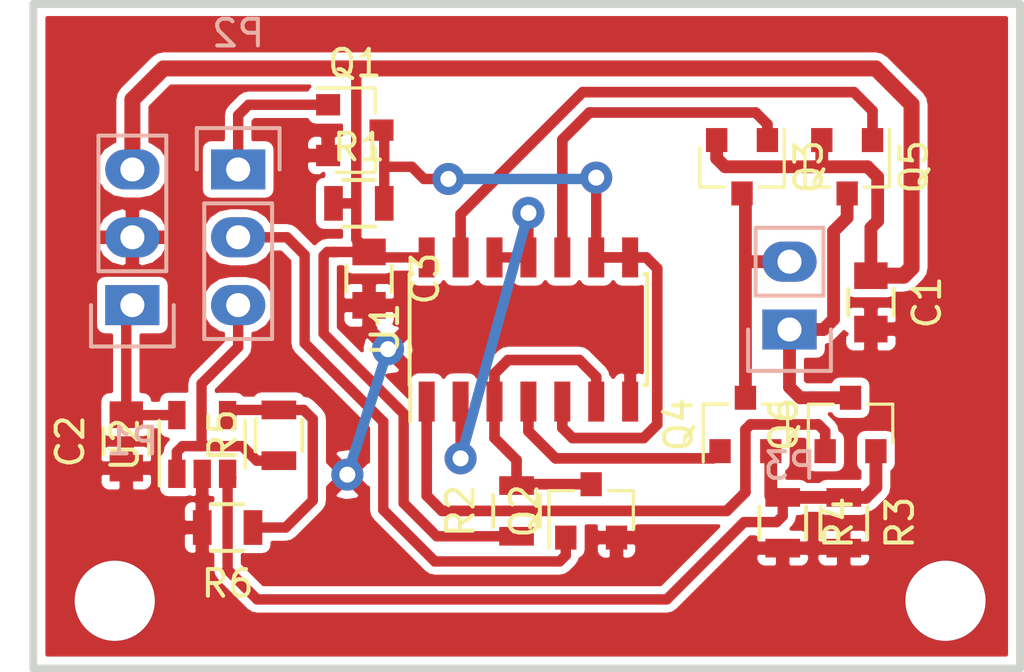
<source format=kicad_pcb>
(kicad_pcb (version 4) (host pcbnew 4.0.5+dfsg1-4~bpo8+1)

  (general
    (links 48)
    (no_connects 0)
    (area 145.895067 93.829999 184.427001 119.022001)
    (thickness 1.6)
    (drawings 4)
    (tracks 164)
    (zones 0)
    (modules 24)
    (nets 18)
  )

  (page A4)
  (layers
    (0 F.Cu signal)
    (31 B.Cu signal)
    (32 B.Adhes user)
    (33 F.Adhes user)
    (34 B.Paste user)
    (35 F.Paste user)
    (36 B.SilkS user)
    (37 F.SilkS user)
    (38 B.Mask user)
    (39 F.Mask user hide)
    (40 Dwgs.User user)
    (41 Cmts.User user)
    (42 Eco1.User user)
    (43 Eco2.User user)
    (44 Edge.Cuts user)
    (45 Margin user)
    (46 B.CrtYd user)
    (47 F.CrtYd user)
    (48 B.Fab user)
    (49 F.Fab user)
  )

  (setup
    (last_trace_width 0.3)
    (user_trace_width 0.3)
    (user_trace_width 0.48)
    (user_trace_width 0.6)
    (trace_clearance 0.3)
    (zone_clearance 0.3)
    (zone_45_only no)
    (trace_min 0.3)
    (segment_width 0.2)
    (edge_width 0.3)
    (via_size 1.2)
    (via_drill 0.6)
    (via_min_size 0.4)
    (via_min_drill 0.3)
    (uvia_size 0.3)
    (uvia_drill 0.1)
    (uvias_allowed no)
    (uvia_min_size 0.2)
    (uvia_min_drill 0.1)
    (pcb_text_width 0.3)
    (pcb_text_size 1.5 1.5)
    (mod_edge_width 0.15)
    (mod_text_size 1 1)
    (mod_text_width 0.15)
    (pad_size 3 3)
    (pad_drill 3)
    (pad_to_mask_clearance 0.2)
    (aux_axis_origin 0 0)
    (visible_elements FFFEFF7F)
    (pcbplotparams
      (layerselection 0x00030_80000001)
      (usegerberextensions false)
      (excludeedgelayer true)
      (linewidth 0.100000)
      (plotframeref false)
      (viasonmask false)
      (mode 1)
      (useauxorigin false)
      (hpglpennumber 1)
      (hpglpenspeed 20)
      (hpglpendiameter 15)
      (hpglpenoverlay 2)
      (psnegative false)
      (psa4output false)
      (plotreference true)
      (plotvalue true)
      (plotinvisibletext false)
      (padsonsilk false)
      (subtractmaskfromsilk false)
      (outputformat 5)
      (mirror false)
      (drillshape 0)
      (scaleselection 1)
      (outputdirectory mill/))
  )

  (net 0 "")
  (net 1 VCC)
  (net 2 GND)
  (net 3 +3V3)
  (net 4 /DIR_IN)
  (net 5 /EN_IN)
  (net 6 /CUR_SENSE)
  (net 7 "Net-(P3-Pad1)")
  (net 8 "Net-(P3-Pad2)")
  (net 9 /~DIR)
  (net 10 /~EN)
  (net 11 "Net-(Q3-Pad1)")
  (net 12 "Net-(Q4-Pad1)")
  (net 13 "Net-(Q4-Pad2)")
  (net 14 "Net-(Q5-Pad1)")
  (net 15 "Net-(Q6-Pad1)")
  (net 16 "Net-(R5-Pad2)")
  (net 17 /DIR)

  (net_class Default "This is the default net class."
    (clearance 0.3)
    (trace_width 0.39)
    (via_dia 1.2)
    (via_drill 0.6)
    (uvia_dia 0.3)
    (uvia_drill 0.1)
    (add_net +3V3)
    (add_net /CUR_SENSE)
    (add_net /DIR)
    (add_net /DIR_IN)
    (add_net /EN_IN)
    (add_net /~DIR)
    (add_net /~EN)
    (add_net GND)
    (add_net "Net-(P3-Pad1)")
    (add_net "Net-(P3-Pad2)")
    (add_net "Net-(Q3-Pad1)")
    (add_net "Net-(Q4-Pad1)")
    (add_net "Net-(Q4-Pad2)")
    (add_net "Net-(Q5-Pad1)")
    (add_net "Net-(Q6-Pad1)")
    (add_net "Net-(R5-Pad2)")
    (add_net VCC)
  )

  (module via (layer F.Cu) (tedit 59E9F960) (tstamp 59E96222)
    (at 181.483 116.332)
    (fp_text reference REF** (at 0 0) (layer F.SilkS) hide
      (effects (font (size 0.5 0.5) (thickness 0.125)))
    )
    (fp_text value via (at 0 0) (layer F.Fab) hide
      (effects (font (size 0.5 0.5) (thickness 0.125)))
    )
    (pad 1 thru_hole circle (at 0 0) (size 3 3) (drill 3) (layers *.Cu)
      (net 2 GND) (zone_connect 2))
  )

  (module via (layer F.Cu) (tedit 59E90E00) (tstamp 59E9621B)
    (at 150.368 116.332)
    (fp_text reference REF** (at 0 0) (layer F.SilkS) hide
      (effects (font (size 0.5 0.5) (thickness 0.125)))
    )
    (fp_text value via (at 0 0) (layer F.Fab) hide
      (effects (font (size 0.5 0.5) (thickness 0.125)))
    )
    (pad 1 thru_hole circle (at 0 0) (size 3 3) (drill 3) (layers *.Cu)
      (net 2 GND) (zone_connect 2))
  )

  (module via (layer F.Cu) (tedit 59E8D831) (tstamp 59E958A2)
    (at 160.6042 106.9086)
    (fp_text reference REF** (at 0 0) (layer F.SilkS) hide
      (effects (font (size 0.5 0.5) (thickness 0.125)))
    )
    (fp_text value via (at 0 0) (layer F.Fab) hide
      (effects (font (size 0.5 0.5) (thickness 0.125)))
    )
    (pad 1 thru_hole circle (at 0 0) (size 1.2 1.2) (drill 0.6) (layers *.Cu *.Mask)
      (net 2 GND) (zone_connect 1))
  )

  (module via (layer F.Cu) (tedit 59E8D831) (tstamp 59E95870)
    (at 159.0802 111.6076)
    (fp_text reference REF** (at 0 0) (layer F.SilkS) hide
      (effects (font (size 0.5 0.5) (thickness 0.125)))
    )
    (fp_text value via (at 0 0) (layer F.Fab) hide
      (effects (font (size 0.5 0.5) (thickness 0.125)))
    )
    (pad 1 thru_hole circle (at 0 0) (size 1.2 1.2) (drill 0.6) (layers *.Cu *.Mask)
      (net 2 GND) (zone_connect 1))
  )

  (module TO_SOT_Packages_SMD:SOT-23 (layer F.Cu) (tedit 583F39EB) (tstamp 59E9436E)
    (at 173.99 109.728 90)
    (descr "SOT-23, Standard")
    (tags SOT-23)
    (path /59E4BFC0)
    (attr smd)
    (fp_text reference Q4 (at 0 -2.5 90) (layer F.SilkS)
      (effects (font (size 1 1) (thickness 0.15)))
    )
    (fp_text value AO3400 (at 0 2.5 90) (layer F.Fab)
      (effects (font (size 1 1) (thickness 0.15)))
    )
    (fp_line (start 0.76 1.58) (end 0.76 0.65) (layer F.SilkS) (width 0.12))
    (fp_line (start 0.76 -1.58) (end 0.76 -0.65) (layer F.SilkS) (width 0.12))
    (fp_line (start 0.7 -1.52) (end 0.7 1.52) (layer F.Fab) (width 0.15))
    (fp_line (start -0.7 1.52) (end 0.7 1.52) (layer F.Fab) (width 0.15))
    (fp_line (start -1.7 -1.75) (end 1.7 -1.75) (layer F.CrtYd) (width 0.05))
    (fp_line (start 1.7 -1.75) (end 1.7 1.75) (layer F.CrtYd) (width 0.05))
    (fp_line (start 1.7 1.75) (end -1.7 1.75) (layer F.CrtYd) (width 0.05))
    (fp_line (start -1.7 1.75) (end -1.7 -1.75) (layer F.CrtYd) (width 0.05))
    (fp_line (start 0.76 -1.58) (end -1.4 -1.58) (layer F.SilkS) (width 0.12))
    (fp_line (start -0.7 -1.52) (end 0.7 -1.52) (layer F.Fab) (width 0.15))
    (fp_line (start -0.7 -1.52) (end -0.7 1.52) (layer F.Fab) (width 0.15))
    (fp_line (start 0.76 1.58) (end -0.7 1.58) (layer F.SilkS) (width 0.12))
    (pad 1 smd rect (at -1 -0.95 90) (size 0.9 0.8) (layers F.Cu F.Paste F.Mask)
      (net 12 "Net-(Q4-Pad1)"))
    (pad 2 smd rect (at -1 0.95 90) (size 0.9 0.8) (layers F.Cu F.Paste F.Mask)
      (net 13 "Net-(Q4-Pad2)"))
    (pad 3 smd rect (at 1 0 90) (size 0.9 0.8) (layers F.Cu F.Paste F.Mask)
      (net 8 "Net-(P3-Pad2)"))
    (model TO_SOT_Packages_SMD.3dshapes/SOT-23.wrl
      (at (xyz 0 0 0))
      (scale (xyz 1 1 1))
      (rotate (xyz 0 0 90))
    )
  )

  (module Capacitors_SMD:C_0805 (layer F.Cu) (tedit 5415D6EA) (tstamp 59E942CD)
    (at 178.689 105.156 270)
    (descr "Capacitor SMD 0805, reflow soldering, AVX (see smccp.pdf)")
    (tags "capacitor 0805")
    (path /59E67F43)
    (attr smd)
    (fp_text reference C1 (at 0 -2.1 270) (layer F.SilkS)
      (effects (font (size 1 1) (thickness 0.15)))
    )
    (fp_text value 470nF (at 0 2.1 270) (layer F.Fab)
      (effects (font (size 1 1) (thickness 0.15)))
    )
    (fp_line (start -1 0.625) (end -1 -0.625) (layer F.Fab) (width 0.15))
    (fp_line (start 1 0.625) (end -1 0.625) (layer F.Fab) (width 0.15))
    (fp_line (start 1 -0.625) (end 1 0.625) (layer F.Fab) (width 0.15))
    (fp_line (start -1 -0.625) (end 1 -0.625) (layer F.Fab) (width 0.15))
    (fp_line (start -1.8 -1) (end 1.8 -1) (layer F.CrtYd) (width 0.05))
    (fp_line (start -1.8 1) (end 1.8 1) (layer F.CrtYd) (width 0.05))
    (fp_line (start -1.8 -1) (end -1.8 1) (layer F.CrtYd) (width 0.05))
    (fp_line (start 1.8 -1) (end 1.8 1) (layer F.CrtYd) (width 0.05))
    (fp_line (start 0.5 -0.85) (end -0.5 -0.85) (layer F.SilkS) (width 0.15))
    (fp_line (start -0.5 0.85) (end 0.5 0.85) (layer F.SilkS) (width 0.15))
    (pad 1 smd rect (at -1 0 270) (size 1 1.25) (layers F.Cu F.Paste F.Mask)
      (net 1 VCC))
    (pad 2 smd rect (at 1 0 270) (size 1 1.25) (layers F.Cu F.Paste F.Mask)
      (net 2 GND))
    (model Capacitors_SMD.3dshapes/C_0805.wrl
      (at (xyz 0 0 0))
      (scale (xyz 1 1 1))
      (rotate (xyz 0 0 0))
    )
  )

  (module Capacitors_SMD:C_0805 (layer F.Cu) (tedit 5415D6EA) (tstamp 59E942DD)
    (at 150.7998 110.363 90)
    (descr "Capacitor SMD 0805, reflow soldering, AVX (see smccp.pdf)")
    (tags "capacitor 0805")
    (path /59E671C7)
    (attr smd)
    (fp_text reference C2 (at 0 -2.1 90) (layer F.SilkS)
      (effects (font (size 1 1) (thickness 0.15)))
    )
    (fp_text value 47nF (at 0 2.1 90) (layer F.Fab)
      (effects (font (size 1 1) (thickness 0.15)))
    )
    (fp_line (start -1 0.625) (end -1 -0.625) (layer F.Fab) (width 0.15))
    (fp_line (start 1 0.625) (end -1 0.625) (layer F.Fab) (width 0.15))
    (fp_line (start 1 -0.625) (end 1 0.625) (layer F.Fab) (width 0.15))
    (fp_line (start -1 -0.625) (end 1 -0.625) (layer F.Fab) (width 0.15))
    (fp_line (start -1.8 -1) (end 1.8 -1) (layer F.CrtYd) (width 0.05))
    (fp_line (start -1.8 1) (end 1.8 1) (layer F.CrtYd) (width 0.05))
    (fp_line (start -1.8 -1) (end -1.8 1) (layer F.CrtYd) (width 0.05))
    (fp_line (start 1.8 -1) (end 1.8 1) (layer F.CrtYd) (width 0.05))
    (fp_line (start 0.5 -0.85) (end -0.5 -0.85) (layer F.SilkS) (width 0.15))
    (fp_line (start -0.5 0.85) (end 0.5 0.85) (layer F.SilkS) (width 0.15))
    (pad 1 smd rect (at -1 0 90) (size 1 1.25) (layers F.Cu F.Paste F.Mask)
      (net 2 GND))
    (pad 2 smd rect (at 1 0 90) (size 1 1.25) (layers F.Cu F.Paste F.Mask)
      (net 3 +3V3))
    (model Capacitors_SMD.3dshapes/C_0805.wrl
      (at (xyz 0 0 0))
      (scale (xyz 1 1 1))
      (rotate (xyz 0 0 0))
    )
  )

  (module Capacitors_SMD:C_0805 (layer F.Cu) (tedit 5415D6EA) (tstamp 59E942ED)
    (at 159.893 104.267 270)
    (descr "Capacitor SMD 0805, reflow soldering, AVX (see smccp.pdf)")
    (tags "capacitor 0805")
    (path /59E7044B)
    (attr smd)
    (fp_text reference C3 (at 0 -2.1 270) (layer F.SilkS)
      (effects (font (size 1 1) (thickness 0.15)))
    )
    (fp_text value 100nF (at 0 2.1 270) (layer F.Fab)
      (effects (font (size 1 1) (thickness 0.15)))
    )
    (fp_line (start -1 0.625) (end -1 -0.625) (layer F.Fab) (width 0.15))
    (fp_line (start 1 0.625) (end -1 0.625) (layer F.Fab) (width 0.15))
    (fp_line (start 1 -0.625) (end 1 0.625) (layer F.Fab) (width 0.15))
    (fp_line (start -1 -0.625) (end 1 -0.625) (layer F.Fab) (width 0.15))
    (fp_line (start -1.8 -1) (end 1.8 -1) (layer F.CrtYd) (width 0.05))
    (fp_line (start -1.8 1) (end 1.8 1) (layer F.CrtYd) (width 0.05))
    (fp_line (start -1.8 -1) (end -1.8 1) (layer F.CrtYd) (width 0.05))
    (fp_line (start 1.8 -1) (end 1.8 1) (layer F.CrtYd) (width 0.05))
    (fp_line (start 0.5 -0.85) (end -0.5 -0.85) (layer F.SilkS) (width 0.15))
    (fp_line (start -0.5 0.85) (end 0.5 0.85) (layer F.SilkS) (width 0.15))
    (pad 1 smd rect (at -1 0 270) (size 1 1.25) (layers F.Cu F.Paste F.Mask)
      (net 1 VCC))
    (pad 2 smd rect (at 1 0 270) (size 1 1.25) (layers F.Cu F.Paste F.Mask)
      (net 2 GND))
    (model Capacitors_SMD.3dshapes/C_0805.wrl
      (at (xyz 0 0 0))
      (scale (xyz 1 1 1))
      (rotate (xyz 0 0 0))
    )
  )

  (module Pin_Headers:Pin_Header_Straight_1x03 (layer B.Cu) (tedit 59E90981) (tstamp 59E942FF)
    (at 151.0284 105.2576)
    (descr "Through hole pin header")
    (tags "pin header")
    (path /59E6943A)
    (fp_text reference P1 (at 0 5.1) (layer B.SilkS)
      (effects (font (size 1 1) (thickness 0.15)) (justify mirror))
    )
    (fp_text value CONN_01X03 (at 0 3.1) (layer B.Fab)
      (effects (font (size 1 1) (thickness 0.15)) (justify mirror))
    )
    (fp_line (start -1.75 1.75) (end -1.75 -6.85) (layer B.CrtYd) (width 0.05))
    (fp_line (start 1.75 1.75) (end 1.75 -6.85) (layer B.CrtYd) (width 0.05))
    (fp_line (start -1.75 1.75) (end 1.75 1.75) (layer B.CrtYd) (width 0.05))
    (fp_line (start -1.75 -6.85) (end 1.75 -6.85) (layer B.CrtYd) (width 0.05))
    (fp_line (start -1.27 -1.27) (end -1.27 -6.35) (layer B.SilkS) (width 0.15))
    (fp_line (start -1.27 -6.35) (end 1.27 -6.35) (layer B.SilkS) (width 0.15))
    (fp_line (start 1.27 -6.35) (end 1.27 -1.27) (layer B.SilkS) (width 0.15))
    (fp_line (start 1.55 1.55) (end 1.55 0) (layer B.SilkS) (width 0.15))
    (fp_line (start 1.27 -1.27) (end -1.27 -1.27) (layer B.SilkS) (width 0.15))
    (fp_line (start -1.55 0) (end -1.55 1.55) (layer B.SilkS) (width 0.15))
    (fp_line (start -1.55 1.55) (end 1.55 1.55) (layer B.SilkS) (width 0.15))
    (pad 1 thru_hole rect (at 0 0) (size 2.032 1.5) (drill 0.9) (layers *.Cu *.Mask)
      (net 3 +3V3))
    (pad 2 thru_hole oval (at 0 -2.54) (size 2.032 1.5) (drill 0.9) (layers *.Cu *.Mask)
      (net 2 GND))
    (pad 3 thru_hole oval (at 0 -5.08) (size 2.032 1.5) (drill 0.9) (layers *.Cu *.Mask)
      (net 1 VCC))
    (model Pin_Headers.3dshapes/Pin_Header_Straight_1x03.wrl
      (at (xyz 0 -0.1 0))
      (scale (xyz 1 1 1))
      (rotate (xyz 0 0 90))
    )
  )

  (module Pin_Headers:Pin_Header_Straight_1x03 (layer B.Cu) (tedit 59E908B1) (tstamp 59E94311)
    (at 154.9908 100.1776 180)
    (descr "Through hole pin header")
    (tags "pin header")
    (path /59E6B03A)
    (fp_text reference P2 (at 0 5.1 180) (layer B.SilkS)
      (effects (font (size 1 1) (thickness 0.15)) (justify mirror))
    )
    (fp_text value CONN_01X03 (at 0 3.1 180) (layer B.Fab)
      (effects (font (size 1 1) (thickness 0.15)) (justify mirror))
    )
    (fp_line (start -1.75 1.75) (end -1.75 -6.85) (layer B.CrtYd) (width 0.05))
    (fp_line (start 1.75 1.75) (end 1.75 -6.85) (layer B.CrtYd) (width 0.05))
    (fp_line (start -1.75 1.75) (end 1.75 1.75) (layer B.CrtYd) (width 0.05))
    (fp_line (start -1.75 -6.85) (end 1.75 -6.85) (layer B.CrtYd) (width 0.05))
    (fp_line (start -1.27 -1.27) (end -1.27 -6.35) (layer B.SilkS) (width 0.15))
    (fp_line (start -1.27 -6.35) (end 1.27 -6.35) (layer B.SilkS) (width 0.15))
    (fp_line (start 1.27 -6.35) (end 1.27 -1.27) (layer B.SilkS) (width 0.15))
    (fp_line (start 1.55 1.55) (end 1.55 0) (layer B.SilkS) (width 0.15))
    (fp_line (start 1.27 -1.27) (end -1.27 -1.27) (layer B.SilkS) (width 0.15))
    (fp_line (start -1.55 0) (end -1.55 1.55) (layer B.SilkS) (width 0.15))
    (fp_line (start -1.55 1.55) (end 1.55 1.55) (layer B.SilkS) (width 0.15))
    (pad 1 thru_hole rect (at 0 0 180) (size 2.032 1.5) (drill 0.9) (layers *.Cu *.Mask)
      (net 4 /DIR_IN))
    (pad 2 thru_hole oval (at 0 -2.54 180) (size 2.032 1.5) (drill 0.9) (layers *.Cu *.Mask)
      (net 5 /EN_IN))
    (pad 3 thru_hole oval (at 0 -5.08 180) (size 2.032 1.5) (drill 0.9) (layers *.Cu *.Mask)
      (net 6 /CUR_SENSE))
    (model Pin_Headers.3dshapes/Pin_Header_Straight_1x03.wrl
      (at (xyz 0 -0.1 0))
      (scale (xyz 1 1 1))
      (rotate (xyz 0 0 90))
    )
  )

  (module Pin_Headers:Pin_Header_Straight_1x02 (layer B.Cu) (tedit 59E909B0) (tstamp 59E94322)
    (at 175.641 106.172)
    (descr "Through hole pin header")
    (tags "pin header")
    (path /59E4D0A1)
    (fp_text reference P3 (at 0 5.1) (layer B.SilkS)
      (effects (font (size 1 1) (thickness 0.15)) (justify mirror))
    )
    (fp_text value CONN_01X02 (at 0 3.1) (layer B.Fab)
      (effects (font (size 1 1) (thickness 0.15)) (justify mirror))
    )
    (fp_line (start 1.27 -1.27) (end 1.27 -3.81) (layer B.SilkS) (width 0.15))
    (fp_line (start 1.55 1.55) (end 1.55 0) (layer B.SilkS) (width 0.15))
    (fp_line (start -1.75 1.75) (end -1.75 -4.3) (layer B.CrtYd) (width 0.05))
    (fp_line (start 1.75 1.75) (end 1.75 -4.3) (layer B.CrtYd) (width 0.05))
    (fp_line (start -1.75 1.75) (end 1.75 1.75) (layer B.CrtYd) (width 0.05))
    (fp_line (start -1.75 -4.3) (end 1.75 -4.3) (layer B.CrtYd) (width 0.05))
    (fp_line (start 1.27 -1.27) (end -1.27 -1.27) (layer B.SilkS) (width 0.15))
    (fp_line (start -1.55 0) (end -1.55 1.55) (layer B.SilkS) (width 0.15))
    (fp_line (start -1.55 1.55) (end 1.55 1.55) (layer B.SilkS) (width 0.15))
    (fp_line (start -1.27 -1.27) (end -1.27 -3.81) (layer B.SilkS) (width 0.15))
    (fp_line (start -1.27 -3.81) (end 1.27 -3.81) (layer B.SilkS) (width 0.15))
    (pad 1 thru_hole rect (at 0 0) (size 2.032 1.5) (drill 0.9) (layers *.Cu *.Mask)
      (net 7 "Net-(P3-Pad1)"))
    (pad 2 thru_hole oval (at 0 -2.54) (size 2.032 1.5) (drill 0.9) (layers *.Cu *.Mask)
      (net 8 "Net-(P3-Pad2)"))
    (model Pin_Headers.3dshapes/Pin_Header_Straight_1x02.wrl
      (at (xyz 0 -0.05 0))
      (scale (xyz 1 1 1))
      (rotate (xyz 0 0 90))
    )
  )

  (module TO_SOT_Packages_SMD:SOT-23 (layer F.Cu) (tedit 583F39EB) (tstamp 59E94335)
    (at 159.3596 98.7044)
    (descr "SOT-23, Standard")
    (tags SOT-23)
    (path /59E7B3A4)
    (attr smd)
    (fp_text reference Q1 (at 0 -2.5) (layer F.SilkS)
      (effects (font (size 1 1) (thickness 0.15)))
    )
    (fp_text value BSS138 (at 0 2.5) (layer F.Fab)
      (effects (font (size 1 1) (thickness 0.15)))
    )
    (fp_line (start 0.76 1.58) (end 0.76 0.65) (layer F.SilkS) (width 0.12))
    (fp_line (start 0.76 -1.58) (end 0.76 -0.65) (layer F.SilkS) (width 0.12))
    (fp_line (start 0.7 -1.52) (end 0.7 1.52) (layer F.Fab) (width 0.15))
    (fp_line (start -0.7 1.52) (end 0.7 1.52) (layer F.Fab) (width 0.15))
    (fp_line (start -1.7 -1.75) (end 1.7 -1.75) (layer F.CrtYd) (width 0.05))
    (fp_line (start 1.7 -1.75) (end 1.7 1.75) (layer F.CrtYd) (width 0.05))
    (fp_line (start 1.7 1.75) (end -1.7 1.75) (layer F.CrtYd) (width 0.05))
    (fp_line (start -1.7 1.75) (end -1.7 -1.75) (layer F.CrtYd) (width 0.05))
    (fp_line (start 0.76 -1.58) (end -1.4 -1.58) (layer F.SilkS) (width 0.12))
    (fp_line (start -0.7 -1.52) (end 0.7 -1.52) (layer F.Fab) (width 0.15))
    (fp_line (start -0.7 -1.52) (end -0.7 1.52) (layer F.Fab) (width 0.15))
    (fp_line (start 0.76 1.58) (end -0.7 1.58) (layer F.SilkS) (width 0.12))
    (pad 1 smd rect (at -1 -0.95) (size 0.9 0.8) (layers F.Cu F.Paste F.Mask)
      (net 4 /DIR_IN))
    (pad 2 smd rect (at -1 0.95) (size 0.9 0.8) (layers F.Cu F.Paste F.Mask)
      (net 2 GND))
    (pad 3 smd rect (at 1 0) (size 0.9 0.8) (layers F.Cu F.Paste F.Mask)
      (net 9 /~DIR))
    (model TO_SOT_Packages_SMD.3dshapes/SOT-23.wrl
      (at (xyz 0 0 0))
      (scale (xyz 1 1 1))
      (rotate (xyz 0 0 90))
    )
  )

  (module TO_SOT_Packages_SMD:SOT-23 (layer F.Cu) (tedit 583F39EB) (tstamp 59E94348)
    (at 168.2115 112.9665 90)
    (descr "SOT-23, Standard")
    (tags SOT-23)
    (path /59E7B456)
    (attr smd)
    (fp_text reference Q2 (at 0 -2.5 90) (layer F.SilkS)
      (effects (font (size 1 1) (thickness 0.15)))
    )
    (fp_text value BSS138 (at 0 2.5 90) (layer F.Fab)
      (effects (font (size 1 1) (thickness 0.15)))
    )
    (fp_line (start 0.76 1.58) (end 0.76 0.65) (layer F.SilkS) (width 0.12))
    (fp_line (start 0.76 -1.58) (end 0.76 -0.65) (layer F.SilkS) (width 0.12))
    (fp_line (start 0.7 -1.52) (end 0.7 1.52) (layer F.Fab) (width 0.15))
    (fp_line (start -0.7 1.52) (end 0.7 1.52) (layer F.Fab) (width 0.15))
    (fp_line (start -1.7 -1.75) (end 1.7 -1.75) (layer F.CrtYd) (width 0.05))
    (fp_line (start 1.7 -1.75) (end 1.7 1.75) (layer F.CrtYd) (width 0.05))
    (fp_line (start 1.7 1.75) (end -1.7 1.75) (layer F.CrtYd) (width 0.05))
    (fp_line (start -1.7 1.75) (end -1.7 -1.75) (layer F.CrtYd) (width 0.05))
    (fp_line (start 0.76 -1.58) (end -1.4 -1.58) (layer F.SilkS) (width 0.12))
    (fp_line (start -0.7 -1.52) (end 0.7 -1.52) (layer F.Fab) (width 0.15))
    (fp_line (start -0.7 -1.52) (end -0.7 1.52) (layer F.Fab) (width 0.15))
    (fp_line (start 0.76 1.58) (end -0.7 1.58) (layer F.SilkS) (width 0.12))
    (pad 1 smd rect (at -1 -0.95 90) (size 0.9 0.8) (layers F.Cu F.Paste F.Mask)
      (net 5 /EN_IN))
    (pad 2 smd rect (at -1 0.95 90) (size 0.9 0.8) (layers F.Cu F.Paste F.Mask)
      (net 2 GND))
    (pad 3 smd rect (at 1 0 90) (size 0.9 0.8) (layers F.Cu F.Paste F.Mask)
      (net 10 /~EN))
    (model TO_SOT_Packages_SMD.3dshapes/SOT-23.wrl
      (at (xyz 0 0 0))
      (scale (xyz 1 1 1))
      (rotate (xyz 0 0 90))
    )
  )

  (module TO_SOT_Packages_SMD:SOT-23 (layer F.Cu) (tedit 583F39EB) (tstamp 59E9435B)
    (at 173.863 100.076 270)
    (descr "SOT-23, Standard")
    (tags SOT-23)
    (path /59E4C0F2)
    (attr smd)
    (fp_text reference Q3 (at 0 -2.5 270) (layer F.SilkS)
      (effects (font (size 1 1) (thickness 0.15)))
    )
    (fp_text value AO3407 (at 0 2.5 270) (layer F.Fab)
      (effects (font (size 1 1) (thickness 0.15)))
    )
    (fp_line (start 0.76 1.58) (end 0.76 0.65) (layer F.SilkS) (width 0.12))
    (fp_line (start 0.76 -1.58) (end 0.76 -0.65) (layer F.SilkS) (width 0.12))
    (fp_line (start 0.7 -1.52) (end 0.7 1.52) (layer F.Fab) (width 0.15))
    (fp_line (start -0.7 1.52) (end 0.7 1.52) (layer F.Fab) (width 0.15))
    (fp_line (start -1.7 -1.75) (end 1.7 -1.75) (layer F.CrtYd) (width 0.05))
    (fp_line (start 1.7 -1.75) (end 1.7 1.75) (layer F.CrtYd) (width 0.05))
    (fp_line (start 1.7 1.75) (end -1.7 1.75) (layer F.CrtYd) (width 0.05))
    (fp_line (start -1.7 1.75) (end -1.7 -1.75) (layer F.CrtYd) (width 0.05))
    (fp_line (start 0.76 -1.58) (end -1.4 -1.58) (layer F.SilkS) (width 0.12))
    (fp_line (start -0.7 -1.52) (end 0.7 -1.52) (layer F.Fab) (width 0.15))
    (fp_line (start -0.7 -1.52) (end -0.7 1.52) (layer F.Fab) (width 0.15))
    (fp_line (start 0.76 1.58) (end -0.7 1.58) (layer F.SilkS) (width 0.12))
    (pad 1 smd rect (at -1 -0.95 270) (size 0.9 0.8) (layers F.Cu F.Paste F.Mask)
      (net 11 "Net-(Q3-Pad1)"))
    (pad 2 smd rect (at -1 0.95 270) (size 0.9 0.8) (layers F.Cu F.Paste F.Mask)
      (net 1 VCC))
    (pad 3 smd rect (at 1 0 270) (size 0.9 0.8) (layers F.Cu F.Paste F.Mask)
      (net 8 "Net-(P3-Pad2)"))
    (model TO_SOT_Packages_SMD.3dshapes/SOT-23.wrl
      (at (xyz 0 0 0))
      (scale (xyz 1 1 1))
      (rotate (xyz 0 0 90))
    )
  )

  (module TO_SOT_Packages_SMD:SOT-23 (layer F.Cu) (tedit 583F39EB) (tstamp 59E94381)
    (at 177.8 100.076 270)
    (descr "SOT-23, Standard")
    (tags SOT-23)
    (path /59E4C165)
    (attr smd)
    (fp_text reference Q5 (at 0 -2.5 270) (layer F.SilkS)
      (effects (font (size 1 1) (thickness 0.15)))
    )
    (fp_text value AO3407 (at 0 2.5 270) (layer F.Fab)
      (effects (font (size 1 1) (thickness 0.15)))
    )
    (fp_line (start 0.76 1.58) (end 0.76 0.65) (layer F.SilkS) (width 0.12))
    (fp_line (start 0.76 -1.58) (end 0.76 -0.65) (layer F.SilkS) (width 0.12))
    (fp_line (start 0.7 -1.52) (end 0.7 1.52) (layer F.Fab) (width 0.15))
    (fp_line (start -0.7 1.52) (end 0.7 1.52) (layer F.Fab) (width 0.15))
    (fp_line (start -1.7 -1.75) (end 1.7 -1.75) (layer F.CrtYd) (width 0.05))
    (fp_line (start 1.7 -1.75) (end 1.7 1.75) (layer F.CrtYd) (width 0.05))
    (fp_line (start 1.7 1.75) (end -1.7 1.75) (layer F.CrtYd) (width 0.05))
    (fp_line (start -1.7 1.75) (end -1.7 -1.75) (layer F.CrtYd) (width 0.05))
    (fp_line (start 0.76 -1.58) (end -1.4 -1.58) (layer F.SilkS) (width 0.12))
    (fp_line (start -0.7 -1.52) (end 0.7 -1.52) (layer F.Fab) (width 0.15))
    (fp_line (start -0.7 -1.52) (end -0.7 1.52) (layer F.Fab) (width 0.15))
    (fp_line (start 0.76 1.58) (end -0.7 1.58) (layer F.SilkS) (width 0.12))
    (pad 1 smd rect (at -1 -0.95 270) (size 0.9 0.8) (layers F.Cu F.Paste F.Mask)
      (net 14 "Net-(Q5-Pad1)"))
    (pad 2 smd rect (at -1 0.95 270) (size 0.9 0.8) (layers F.Cu F.Paste F.Mask)
      (net 1 VCC))
    (pad 3 smd rect (at 1 0 270) (size 0.9 0.8) (layers F.Cu F.Paste F.Mask)
      (net 7 "Net-(P3-Pad1)"))
    (model TO_SOT_Packages_SMD.3dshapes/SOT-23.wrl
      (at (xyz 0 0 0))
      (scale (xyz 1 1 1))
      (rotate (xyz 0 0 90))
    )
  )

  (module TO_SOT_Packages_SMD:SOT-23 (layer F.Cu) (tedit 583F39EB) (tstamp 59E94394)
    (at 177.927 109.728 90)
    (descr "SOT-23, Standard")
    (tags SOT-23)
    (path /59E4C0CB)
    (attr smd)
    (fp_text reference Q6 (at 0 -2.5 90) (layer F.SilkS)
      (effects (font (size 1 1) (thickness 0.15)))
    )
    (fp_text value AO3400 (at 0 2.5 90) (layer F.Fab)
      (effects (font (size 1 1) (thickness 0.15)))
    )
    (fp_line (start 0.76 1.58) (end 0.76 0.65) (layer F.SilkS) (width 0.12))
    (fp_line (start 0.76 -1.58) (end 0.76 -0.65) (layer F.SilkS) (width 0.12))
    (fp_line (start 0.7 -1.52) (end 0.7 1.52) (layer F.Fab) (width 0.15))
    (fp_line (start -0.7 1.52) (end 0.7 1.52) (layer F.Fab) (width 0.15))
    (fp_line (start -1.7 -1.75) (end 1.7 -1.75) (layer F.CrtYd) (width 0.05))
    (fp_line (start 1.7 -1.75) (end 1.7 1.75) (layer F.CrtYd) (width 0.05))
    (fp_line (start 1.7 1.75) (end -1.7 1.75) (layer F.CrtYd) (width 0.05))
    (fp_line (start -1.7 1.75) (end -1.7 -1.75) (layer F.CrtYd) (width 0.05))
    (fp_line (start 0.76 -1.58) (end -1.4 -1.58) (layer F.SilkS) (width 0.12))
    (fp_line (start -0.7 -1.52) (end 0.7 -1.52) (layer F.Fab) (width 0.15))
    (fp_line (start -0.7 -1.52) (end -0.7 1.52) (layer F.Fab) (width 0.15))
    (fp_line (start 0.76 1.58) (end -0.7 1.58) (layer F.SilkS) (width 0.12))
    (pad 1 smd rect (at -1 -0.95 90) (size 0.9 0.8) (layers F.Cu F.Paste F.Mask)
      (net 15 "Net-(Q6-Pad1)"))
    (pad 2 smd rect (at -1 0.95 90) (size 0.9 0.8) (layers F.Cu F.Paste F.Mask)
      (net 13 "Net-(Q4-Pad2)"))
    (pad 3 smd rect (at 1 0 90) (size 0.9 0.8) (layers F.Cu F.Paste F.Mask)
      (net 7 "Net-(P3-Pad1)"))
    (model TO_SOT_Packages_SMD.3dshapes/SOT-23.wrl
      (at (xyz 0 0 0))
      (scale (xyz 1 1 1))
      (rotate (xyz 0 0 90))
    )
  )

  (module Resistors_SMD:R_0805 (layer F.Cu) (tedit 58307B54) (tstamp 59E943A4)
    (at 159.512 101.4476)
    (descr "Resistor SMD 0805, reflow soldering, Vishay (see dcrcw.pdf)")
    (tags "resistor 0805")
    (path /59E4C645)
    (attr smd)
    (fp_text reference R1 (at 0 -2.1) (layer F.SilkS)
      (effects (font (size 1 1) (thickness 0.15)))
    )
    (fp_text value R (at 0 2.1) (layer F.Fab)
      (effects (font (size 1 1) (thickness 0.15)))
    )
    (fp_line (start -1 0.625) (end -1 -0.625) (layer F.Fab) (width 0.1))
    (fp_line (start 1 0.625) (end -1 0.625) (layer F.Fab) (width 0.1))
    (fp_line (start 1 -0.625) (end 1 0.625) (layer F.Fab) (width 0.1))
    (fp_line (start -1 -0.625) (end 1 -0.625) (layer F.Fab) (width 0.1))
    (fp_line (start -1.6 -1) (end 1.6 -1) (layer F.CrtYd) (width 0.05))
    (fp_line (start -1.6 1) (end 1.6 1) (layer F.CrtYd) (width 0.05))
    (fp_line (start -1.6 -1) (end -1.6 1) (layer F.CrtYd) (width 0.05))
    (fp_line (start 1.6 -1) (end 1.6 1) (layer F.CrtYd) (width 0.05))
    (fp_line (start 0.6 0.875) (end -0.6 0.875) (layer F.SilkS) (width 0.15))
    (fp_line (start -0.6 -0.875) (end 0.6 -0.875) (layer F.SilkS) (width 0.15))
    (pad 1 smd rect (at -0.95 0) (size 0.7 1.3) (layers F.Cu F.Paste F.Mask)
      (net 1 VCC))
    (pad 2 smd rect (at 0.95 0) (size 0.7 1.3) (layers F.Cu F.Paste F.Mask)
      (net 9 /~DIR))
    (model Resistors_SMD.3dshapes/R_0805.wrl
      (at (xyz 0 0 0))
      (scale (xyz 1 1 1))
      (rotate (xyz 0 0 0))
    )
  )

  (module Resistors_SMD:R_0805 (layer F.Cu) (tedit 58307B54) (tstamp 59E943B4)
    (at 165.4175 112.9665 90)
    (descr "Resistor SMD 0805, reflow soldering, Vishay (see dcrcw.pdf)")
    (tags "resistor 0805")
    (path /59E4CE54)
    (attr smd)
    (fp_text reference R2 (at 0 -2.1 90) (layer F.SilkS)
      (effects (font (size 1 1) (thickness 0.15)))
    )
    (fp_text value R (at 0 2.1 90) (layer F.Fab)
      (effects (font (size 1 1) (thickness 0.15)))
    )
    (fp_line (start -1 0.625) (end -1 -0.625) (layer F.Fab) (width 0.1))
    (fp_line (start 1 0.625) (end -1 0.625) (layer F.Fab) (width 0.1))
    (fp_line (start 1 -0.625) (end 1 0.625) (layer F.Fab) (width 0.1))
    (fp_line (start -1 -0.625) (end 1 -0.625) (layer F.Fab) (width 0.1))
    (fp_line (start -1.6 -1) (end 1.6 -1) (layer F.CrtYd) (width 0.05))
    (fp_line (start -1.6 1) (end 1.6 1) (layer F.CrtYd) (width 0.05))
    (fp_line (start -1.6 -1) (end -1.6 1) (layer F.CrtYd) (width 0.05))
    (fp_line (start 1.6 -1) (end 1.6 1) (layer F.CrtYd) (width 0.05))
    (fp_line (start 0.6 0.875) (end -0.6 0.875) (layer F.SilkS) (width 0.15))
    (fp_line (start -0.6 -0.875) (end 0.6 -0.875) (layer F.SilkS) (width 0.15))
    (pad 1 smd rect (at -0.95 0 90) (size 0.7 1.3) (layers F.Cu F.Paste F.Mask)
      (net 1 VCC))
    (pad 2 smd rect (at 0.95 0 90) (size 0.7 1.3) (layers F.Cu F.Paste F.Mask)
      (net 10 /~EN))
    (model Resistors_SMD.3dshapes/R_0805.wrl
      (at (xyz 0 0 0))
      (scale (xyz 1 1 1))
      (rotate (xyz 0 0 0))
    )
  )

  (module Resistors_SMD:R_0805 (layer F.Cu) (tedit 58307B54) (tstamp 59E943C4)
    (at 177.673 113.411 270)
    (descr "Resistor SMD 0805, reflow soldering, Vishay (see dcrcw.pdf)")
    (tags "resistor 0805")
    (path /59E65DF1)
    (attr smd)
    (fp_text reference R3 (at 0 -2.1 270) (layer F.SilkS)
      (effects (font (size 1 1) (thickness 0.15)))
    )
    (fp_text value 1R (at 0 2.1 270) (layer F.Fab)
      (effects (font (size 1 1) (thickness 0.15)))
    )
    (fp_line (start -1 0.625) (end -1 -0.625) (layer F.Fab) (width 0.1))
    (fp_line (start 1 0.625) (end -1 0.625) (layer F.Fab) (width 0.1))
    (fp_line (start 1 -0.625) (end 1 0.625) (layer F.Fab) (width 0.1))
    (fp_line (start -1 -0.625) (end 1 -0.625) (layer F.Fab) (width 0.1))
    (fp_line (start -1.6 -1) (end 1.6 -1) (layer F.CrtYd) (width 0.05))
    (fp_line (start -1.6 1) (end 1.6 1) (layer F.CrtYd) (width 0.05))
    (fp_line (start -1.6 -1) (end -1.6 1) (layer F.CrtYd) (width 0.05))
    (fp_line (start 1.6 -1) (end 1.6 1) (layer F.CrtYd) (width 0.05))
    (fp_line (start 0.6 0.875) (end -0.6 0.875) (layer F.SilkS) (width 0.15))
    (fp_line (start -0.6 -0.875) (end 0.6 -0.875) (layer F.SilkS) (width 0.15))
    (pad 1 smd rect (at -0.95 0 270) (size 0.7 1.3) (layers F.Cu F.Paste F.Mask)
      (net 13 "Net-(Q4-Pad2)"))
    (pad 2 smd rect (at 0.95 0 270) (size 0.7 1.3) (layers F.Cu F.Paste F.Mask)
      (net 2 GND))
    (model Resistors_SMD.3dshapes/R_0805.wrl
      (at (xyz 0 0 0))
      (scale (xyz 1 1 1))
      (rotate (xyz 0 0 0))
    )
  )

  (module Resistors_SMD:R_0805 (layer F.Cu) (tedit 58307B54) (tstamp 59E943D4)
    (at 175.387 113.411 270)
    (descr "Resistor SMD 0805, reflow soldering, Vishay (see dcrcw.pdf)")
    (tags "resistor 0805")
    (path /59E4C450)
    (attr smd)
    (fp_text reference R4 (at 0 -2.1 270) (layer F.SilkS)
      (effects (font (size 1 1) (thickness 0.15)))
    )
    (fp_text value 1R (at 0 2.1 270) (layer F.Fab)
      (effects (font (size 1 1) (thickness 0.15)))
    )
    (fp_line (start -1 0.625) (end -1 -0.625) (layer F.Fab) (width 0.1))
    (fp_line (start 1 0.625) (end -1 0.625) (layer F.Fab) (width 0.1))
    (fp_line (start 1 -0.625) (end 1 0.625) (layer F.Fab) (width 0.1))
    (fp_line (start -1 -0.625) (end 1 -0.625) (layer F.Fab) (width 0.1))
    (fp_line (start -1.6 -1) (end 1.6 -1) (layer F.CrtYd) (width 0.05))
    (fp_line (start -1.6 1) (end 1.6 1) (layer F.CrtYd) (width 0.05))
    (fp_line (start -1.6 -1) (end -1.6 1) (layer F.CrtYd) (width 0.05))
    (fp_line (start 1.6 -1) (end 1.6 1) (layer F.CrtYd) (width 0.05))
    (fp_line (start 0.6 0.875) (end -0.6 0.875) (layer F.SilkS) (width 0.15))
    (fp_line (start -0.6 -0.875) (end 0.6 -0.875) (layer F.SilkS) (width 0.15))
    (pad 1 smd rect (at -0.95 0 270) (size 0.7 1.3) (layers F.Cu F.Paste F.Mask)
      (net 13 "Net-(Q4-Pad2)"))
    (pad 2 smd rect (at 0.95 0 270) (size 0.7 1.3) (layers F.Cu F.Paste F.Mask)
      (net 2 GND))
    (model Resistors_SMD.3dshapes/R_0805.wrl
      (at (xyz 0 0 0))
      (scale (xyz 1 1 1))
      (rotate (xyz 0 0 0))
    )
  )

  (module Resistors_SMD:R_0805 (layer F.Cu) (tedit 58307B54) (tstamp 59E943E4)
    (at 156.5148 110.1344 90)
    (descr "Resistor SMD 0805, reflow soldering, Vishay (see dcrcw.pdf)")
    (tags "resistor 0805")
    (path /59E6038F)
    (attr smd)
    (fp_text reference R5 (at 0 -2.1 90) (layer F.SilkS)
      (effects (font (size 1 1) (thickness 0.15)))
    )
    (fp_text value 2K (at 0 2.1 90) (layer F.Fab)
      (effects (font (size 1 1) (thickness 0.15)))
    )
    (fp_line (start -1 0.625) (end -1 -0.625) (layer F.Fab) (width 0.1))
    (fp_line (start 1 0.625) (end -1 0.625) (layer F.Fab) (width 0.1))
    (fp_line (start 1 -0.625) (end 1 0.625) (layer F.Fab) (width 0.1))
    (fp_line (start -1 -0.625) (end 1 -0.625) (layer F.Fab) (width 0.1))
    (fp_line (start -1.6 -1) (end 1.6 -1) (layer F.CrtYd) (width 0.05))
    (fp_line (start -1.6 1) (end 1.6 1) (layer F.CrtYd) (width 0.05))
    (fp_line (start -1.6 -1) (end -1.6 1) (layer F.CrtYd) (width 0.05))
    (fp_line (start 1.6 -1) (end 1.6 1) (layer F.CrtYd) (width 0.05))
    (fp_line (start 0.6 0.875) (end -0.6 0.875) (layer F.SilkS) (width 0.15))
    (fp_line (start -0.6 -0.875) (end 0.6 -0.875) (layer F.SilkS) (width 0.15))
    (pad 1 smd rect (at -0.95 0 90) (size 0.7 1.3) (layers F.Cu F.Paste F.Mask)
      (net 6 /CUR_SENSE))
    (pad 2 smd rect (at 0.95 0 90) (size 0.7 1.3) (layers F.Cu F.Paste F.Mask)
      (net 16 "Net-(R5-Pad2)"))
    (model Resistors_SMD.3dshapes/R_0805.wrl
      (at (xyz 0 0 0))
      (scale (xyz 1 1 1))
      (rotate (xyz 0 0 0))
    )
  )

  (module Resistors_SMD:R_0805 (layer F.Cu) (tedit 58307B54) (tstamp 59E943F4)
    (at 154.5946 113.5888 180)
    (descr "Resistor SMD 0805, reflow soldering, Vishay (see dcrcw.pdf)")
    (tags "resistor 0805")
    (path /59E6043C)
    (attr smd)
    (fp_text reference R6 (at 0 -2.1 180) (layer F.SilkS)
      (effects (font (size 1 1) (thickness 0.15)))
    )
    (fp_text value 10K (at 0 2.1 180) (layer F.Fab)
      (effects (font (size 1 1) (thickness 0.15)))
    )
    (fp_line (start -1 0.625) (end -1 -0.625) (layer F.Fab) (width 0.1))
    (fp_line (start 1 0.625) (end -1 0.625) (layer F.Fab) (width 0.1))
    (fp_line (start 1 -0.625) (end 1 0.625) (layer F.Fab) (width 0.1))
    (fp_line (start -1 -0.625) (end 1 -0.625) (layer F.Fab) (width 0.1))
    (fp_line (start -1.6 -1) (end 1.6 -1) (layer F.CrtYd) (width 0.05))
    (fp_line (start -1.6 1) (end 1.6 1) (layer F.CrtYd) (width 0.05))
    (fp_line (start -1.6 -1) (end -1.6 1) (layer F.CrtYd) (width 0.05))
    (fp_line (start 1.6 -1) (end 1.6 1) (layer F.CrtYd) (width 0.05))
    (fp_line (start 0.6 0.875) (end -0.6 0.875) (layer F.SilkS) (width 0.15))
    (fp_line (start -0.6 -0.875) (end 0.6 -0.875) (layer F.SilkS) (width 0.15))
    (pad 1 smd rect (at -0.95 0 180) (size 0.7 1.3) (layers F.Cu F.Paste F.Mask)
      (net 16 "Net-(R5-Pad2)"))
    (pad 2 smd rect (at 0.95 0 180) (size 0.7 1.3) (layers F.Cu F.Paste F.Mask)
      (net 2 GND))
    (model Resistors_SMD.3dshapes/R_0805.wrl
      (at (xyz 0 0 0))
      (scale (xyz 1 1 1))
      (rotate (xyz 0 0 0))
    )
  )

  (module Housings_SOIC:SOIC-14_3.9x8.7mm_Pitch1.27mm (layer F.Cu) (tedit 574D9791) (tstamp 59E94416)
    (at 165.862 106.172 90)
    (descr "14-Lead Plastic Small Outline (SL) - Narrow, 3.90 mm Body [SOIC] (see Microchip Packaging Specification 00000049BS.pdf)")
    (tags "SOIC 1.27")
    (path /59E6D52D)
    (attr smd)
    (fp_text reference U1 (at 0 -5.375 90) (layer F.SilkS)
      (effects (font (size 1 1) (thickness 0.15)))
    )
    (fp_text value 74HC02 (at 0 5.375 90) (layer F.Fab)
      (effects (font (size 1 1) (thickness 0.15)))
    )
    (fp_line (start -0.95 -4.35) (end 1.95 -4.35) (layer F.Fab) (width 0.15))
    (fp_line (start 1.95 -4.35) (end 1.95 4.35) (layer F.Fab) (width 0.15))
    (fp_line (start 1.95 4.35) (end -1.95 4.35) (layer F.Fab) (width 0.15))
    (fp_line (start -1.95 4.35) (end -1.95 -3.35) (layer F.Fab) (width 0.15))
    (fp_line (start -1.95 -3.35) (end -0.95 -4.35) (layer F.Fab) (width 0.15))
    (fp_line (start -3.7 -4.65) (end -3.7 4.65) (layer F.CrtYd) (width 0.05))
    (fp_line (start 3.7 -4.65) (end 3.7 4.65) (layer F.CrtYd) (width 0.05))
    (fp_line (start -3.7 -4.65) (end 3.7 -4.65) (layer F.CrtYd) (width 0.05))
    (fp_line (start -3.7 4.65) (end 3.7 4.65) (layer F.CrtYd) (width 0.05))
    (fp_line (start -2.075 -4.45) (end -2.075 -4.425) (layer F.SilkS) (width 0.15))
    (fp_line (start 2.075 -4.45) (end 2.075 -4.335) (layer F.SilkS) (width 0.15))
    (fp_line (start 2.075 4.45) (end 2.075 4.335) (layer F.SilkS) (width 0.15))
    (fp_line (start -2.075 4.45) (end -2.075 4.335) (layer F.SilkS) (width 0.15))
    (fp_line (start -2.075 -4.45) (end 2.075 -4.45) (layer F.SilkS) (width 0.15))
    (fp_line (start -2.075 4.45) (end 2.075 4.45) (layer F.SilkS) (width 0.15))
    (fp_line (start -2.075 -4.425) (end -3.45 -4.425) (layer F.SilkS) (width 0.15))
    (pad 1 smd rect (at -2.7 -3.81 90) (size 1.5 0.6) (layers F.Cu F.Paste F.Mask)
      (net 15 "Net-(Q6-Pad1)"))
    (pad 2 smd rect (at -2.7 -2.54 90) (size 1.5 0.6) (layers F.Cu F.Paste F.Mask)
      (net 17 /DIR))
    (pad 3 smd rect (at -2.7 -1.27 90) (size 1.5 0.6) (layers F.Cu F.Paste F.Mask)
      (net 10 /~EN))
    (pad 4 smd rect (at -2.7 0 90) (size 1.5 0.6) (layers F.Cu F.Paste F.Mask)
      (net 12 "Net-(Q4-Pad1)"))
    (pad 5 smd rect (at -2.7 1.27 90) (size 1.5 0.6) (layers F.Cu F.Paste F.Mask)
      (net 9 /~DIR))
    (pad 6 smd rect (at -2.7 2.54 90) (size 1.5 0.6) (layers F.Cu F.Paste F.Mask)
      (net 10 /~EN))
    (pad 7 smd rect (at -2.7 3.81 90) (size 1.5 0.6) (layers F.Cu F.Paste F.Mask)
      (net 2 GND))
    (pad 8 smd rect (at 2.7 3.81 90) (size 1.5 0.6) (layers F.Cu F.Paste F.Mask)
      (net 9 /~DIR))
    (pad 9 smd rect (at 2.7 2.54 90) (size 1.5 0.6) (layers F.Cu F.Paste F.Mask)
      (net 9 /~DIR))
    (pad 10 smd rect (at 2.7 1.27 90) (size 1.5 0.6) (layers F.Cu F.Paste F.Mask)
      (net 11 "Net-(Q3-Pad1)"))
    (pad 11 smd rect (at 2.7 0 90) (size 1.5 0.6) (layers F.Cu F.Paste F.Mask)
      (net 17 /DIR))
    (pad 12 smd rect (at 2.7 -1.27 90) (size 1.5 0.6) (layers F.Cu F.Paste F.Mask)
      (net 17 /DIR))
    (pad 13 smd rect (at 2.7 -2.54 90) (size 1.5 0.6) (layers F.Cu F.Paste F.Mask)
      (net 14 "Net-(Q5-Pad1)"))
    (pad 14 smd rect (at 2.7 -3.81 90) (size 1.5 0.6) (layers F.Cu F.Paste F.Mask)
      (net 1 VCC))
    (model Housings_SOIC.3dshapes/SOIC-14_3.9x8.7mm_Pitch1.27mm.wrl
      (at (xyz 0 0 0))
      (scale (xyz 1 1 1))
      (rotate (xyz 0 0 0))
    )
  )

  (module TO_SOT_Packages_SMD:SOT-23-5 (layer F.Cu) (tedit 583F3A3F) (tstamp 59E94429)
    (at 153.6446 110.4773 90)
    (descr "5-pin SOT23 package")
    (tags SOT-23-5)
    (path /59E5EBBB)
    (attr smd)
    (fp_text reference U2 (at 0 -2.9 90) (layer F.SilkS)
      (effects (font (size 1 1) (thickness 0.15)))
    )
    (fp_text value AD8605 (at 0 2.9 90) (layer F.Fab)
      (effects (font (size 1 1) (thickness 0.15)))
    )
    (fp_line (start -0.9 1.61) (end 0.9 1.61) (layer F.SilkS) (width 0.12))
    (fp_line (start 0.9 -1.61) (end -1.55 -1.61) (layer F.SilkS) (width 0.12))
    (fp_line (start -1.9 -1.8) (end 1.9 -1.8) (layer F.CrtYd) (width 0.05))
    (fp_line (start 1.9 -1.8) (end 1.9 1.8) (layer F.CrtYd) (width 0.05))
    (fp_line (start 1.9 1.8) (end -1.9 1.8) (layer F.CrtYd) (width 0.05))
    (fp_line (start -1.9 1.8) (end -1.9 -1.8) (layer F.CrtYd) (width 0.05))
    (fp_line (start 0.9 -1.55) (end -0.9 -1.55) (layer F.Fab) (width 0.15))
    (fp_line (start -0.9 -1.55) (end -0.9 1.55) (layer F.Fab) (width 0.15))
    (fp_line (start 0.9 1.55) (end -0.9 1.55) (layer F.Fab) (width 0.15))
    (fp_line (start 0.9 -1.55) (end 0.9 1.55) (layer F.Fab) (width 0.15))
    (pad 1 smd rect (at -1.1 -0.95 90) (size 1.06 0.65) (layers F.Cu F.Paste F.Mask)
      (net 6 /CUR_SENSE))
    (pad 2 smd rect (at -1.1 0 90) (size 1.06 0.65) (layers F.Cu F.Paste F.Mask)
      (net 2 GND))
    (pad 3 smd rect (at -1.1 0.95 90) (size 1.06 0.65) (layers F.Cu F.Paste F.Mask)
      (net 13 "Net-(Q4-Pad2)"))
    (pad 4 smd rect (at 1.1 0.95 90) (size 1.06 0.65) (layers F.Cu F.Paste F.Mask)
      (net 16 "Net-(R5-Pad2)"))
    (pad 5 smd rect (at 1.1 -0.95 90) (size 1.06 0.65) (layers F.Cu F.Paste F.Mask)
      (net 3 +3V3))
    (model TO_SOT_Packages_SMD.3dshapes/SOT-23-5.wrl
      (at (xyz 0 0 0))
      (scale (xyz 1 1 1))
      (rotate (xyz 0 0 0))
    )
  )

  (gr_line (start 147.32 118.872) (end 147.32 93.98) (layer Edge.Cuts) (width 0.3))
  (gr_line (start 184.277 118.872) (end 147.32 118.872) (layer Edge.Cuts) (width 0.3))
  (gr_line (start 184.277 93.98) (end 184.277 118.872) (layer Edge.Cuts) (width 0.3))
  (gr_line (start 147.32 93.98) (end 184.277 93.98) (layer Edge.Cuts) (width 0.3))

  (segment (start 159.414599 102.788599) (end 159.414599 101.3968) (width 0.39) (layer F.Cu) (net 1))
  (segment (start 159.414599 101.3968) (end 159.414599 96.397199) (width 0.39) (layer F.Cu) (net 1))
  (segment (start 158.562 101.4476) (end 159.363799 101.4476) (width 0.39) (layer F.Cu) (net 1))
  (segment (start 159.363799 101.4476) (end 159.414599 101.3968) (width 0.39) (layer F.Cu) (net 1))
  (segment (start 152.1968 96.393) (end 159.4104 96.393) (width 0.6) (layer F.Cu) (net 1))
  (segment (start 159.4104 96.393) (end 178.8668 96.393) (width 0.6) (layer F.Cu) (net 1))
  (segment (start 159.893 103.267) (end 159.414599 102.788599) (width 0.39) (layer F.Cu) (net 1))
  (segment (start 159.414599 96.397199) (end 159.4104 96.393) (width 0.39) (layer F.Cu) (net 1))
  (segment (start 151.0284 100.1776) (end 151.0284 97.5614) (width 0.6) (layer F.Cu) (net 1))
  (segment (start 151.0284 97.5614) (end 152.1968 96.393) (width 0.6) (layer F.Cu) (net 1))
  (segment (start 178.8668 96.393) (end 180.213 97.7392) (width 0.6) (layer F.Cu) (net 1))
  (segment (start 179.914 104.156) (end 178.689 104.156) (width 0.6) (layer F.Cu) (net 1))
  (segment (start 180.213 97.7392) (end 180.213 103.857) (width 0.6) (layer F.Cu) (net 1))
  (segment (start 180.213 103.857) (end 179.914 104.156) (width 0.6) (layer F.Cu) (net 1))
  (segment (start 158.8008 106.934) (end 160.274 108.4072) (width 0.39) (layer F.Cu) (net 1))
  (segment (start 158.6484 103.267) (end 158.3342 103.267) (width 0.39) (layer F.Cu) (net 1) (tstamp 59E9552E))
  (segment (start 162.4305 113.9165) (end 161.1884 112.6744) (width 0.39) (layer F.Cu) (net 1) (tstamp 59E95530))
  (segment (start 158.8008 106.934) (end 158.1912 106.3244) (width 0.39) (layer F.Cu) (net 1) (tstamp 59E95534))
  (segment (start 158.1912 106.3244) (end 158.1912 103.41) (width 0.39) (layer F.Cu) (net 1) (tstamp 59E95535))
  (segment (start 158.1912 103.41) (end 158.3342 103.267) (width 0.39) (layer F.Cu) (net 1) (tstamp 59E95536))
  (segment (start 162.4305 113.9165) (end 165.4175 113.9165) (width 0.39) (layer F.Cu) (net 1))
  (segment (start 161.1884 109.3216) (end 161.1884 112.6744) (width 0.39) (layer F.Cu) (net 1) (tstamp 59E95726))
  (segment (start 161.036 109.1692) (end 161.1884 109.3216) (width 0.39) (layer F.Cu) (net 1) (tstamp 59E95725))
  (segment (start 160.9852 109.1184) (end 161.036 109.1692) (width 0.39) (layer F.Cu) (net 1) (tstamp 59E95724))
  (segment (start 160.9344 109.0676) (end 160.9852 109.1184) (width 0.39) (layer F.Cu) (net 1) (tstamp 59E95723))
  (segment (start 160.274 108.4072) (end 160.9344 109.0676) (width 0.39) (layer F.Cu) (net 1) (tstamp 59E95722))
  (segment (start 158.6484 103.2764) (end 158.6484 103.267) (width 0.39) (layer F.Cu) (net 1) (tstamp 59E9552D))
  (segment (start 158.5714 103.2764) (end 158.6484 103.2764) (width 0.39) (layer F.Cu) (net 1) (tstamp 59E9552C))
  (segment (start 158.562 103.267) (end 158.5714 103.2764) (width 0.39) (layer F.Cu) (net 1) (tstamp 59E9552B))
  (segment (start 162.052 103.472) (end 160.098 103.472) (width 0.39) (layer F.Cu) (net 1))
  (segment (start 160.098 103.472) (end 159.893 103.267) (width 0.39) (layer F.Cu) (net 1) (tstamp 59E9551F))
  (segment (start 159.893 103.267) (end 158.6484 103.267) (width 0.39) (layer F.Cu) (net 1))
  (segment (start 176.85 99.076) (end 176.85 100.076) (width 0.48) (layer F.Cu) (net 1))
  (segment (start 176.85 100.076) (end 176.784 100.076) (width 0.48) (layer F.Cu) (net 1) (tstamp 59E94E8B))
  (segment (start 178.689 104.156) (end 178.689 102.362) (width 0.48) (layer F.Cu) (net 1))
  (segment (start 178.562 100.076) (end 176.784 100.076) (width 0.48) (layer F.Cu) (net 1) (tstamp 59E94E87))
  (segment (start 176.784 100.076) (end 176.53 100.076) (width 0.48) (layer F.Cu) (net 1) (tstamp 59E94E8E))
  (segment (start 178.943 100.457) (end 178.562 100.076) (width 0.48) (layer F.Cu) (net 1) (tstamp 59E94E86))
  (segment (start 178.943 102.108) (end 178.943 100.457) (width 0.48) (layer F.Cu) (net 1) (tstamp 59E94E85))
  (segment (start 178.689 102.362) (end 178.943 102.108) (width 0.48) (layer F.Cu) (net 1) (tstamp 59E94E84))
  (segment (start 172.913 99.076) (end 172.913 99.761) (width 0.48) (layer F.Cu) (net 1))
  (segment (start 173.228 100.076) (end 176.53 100.076) (width 0.48) (layer F.Cu) (net 1) (tstamp 59E94D60))
  (segment (start 172.913 99.761) (end 173.228 100.076) (width 0.48) (layer F.Cu) (net 1) (tstamp 59E94D5F))
  (segment (start 159.0802 111.6076) (end 160.6042 106.9086) (width 0.39) (layer B.Cu) (net 2) (tstamp 59E958C3))
  (segment (start 152.6946 109.3773) (end 150.8141 109.3773) (width 0.39) (layer F.Cu) (net 3))
  (segment (start 150.8141 109.3773) (end 150.7998 109.363) (width 0.39) (layer F.Cu) (net 3) (tstamp 59E9584D))
  (segment (start 150.7998 109.363) (end 150.7998 105.4862) (width 0.39) (layer F.Cu) (net 3))
  (segment (start 150.7998 105.4862) (end 151.0284 105.2576) (width 0.39) (layer F.Cu) (net 3) (tstamp 59E9584A))
  (segment (start 154.9908 100.1776) (end 154.9908 98.1456) (width 0.39) (layer F.Cu) (net 4))
  (segment (start 155.382 97.7544) (end 158.3596 97.7544) (width 0.39) (layer F.Cu) (net 4) (tstamp 59E957F7))
  (segment (start 154.9908 98.1456) (end 155.382 97.7544) (width 0.39) (layer F.Cu) (net 4) (tstamp 59E957F6))
  (segment (start 154.9908 102.7176) (end 156.8196 102.7176) (width 0.39) (layer F.Cu) (net 5))
  (segment (start 167.2615 114.6277) (end 167.0304 114.8588) (width 0.39) (layer F.Cu) (net 5) (tstamp 59E95713))
  (segment (start 167.0304 114.8588) (end 162.3568 114.8588) (width 0.39) (layer F.Cu) (net 5) (tstamp 59E95714))
  (segment (start 162.3568 114.8588) (end 160.4264 112.9284) (width 0.39) (layer F.Cu) (net 5) (tstamp 59E95715))
  (segment (start 160.4264 112.9284) (end 160.4264 109.6264) (width 0.39) (layer F.Cu) (net 5) (tstamp 59E95717))
  (segment (start 160.4264 109.6264) (end 157.48 106.68) (width 0.39) (layer F.Cu) (net 5) (tstamp 59E95719))
  (segment (start 157.48 106.68) (end 157.48 103.378) (width 0.39) (layer F.Cu) (net 5) (tstamp 59E9571B))
  (segment (start 167.2615 114.6277) (end 167.2615 113.9665) (width 0.39) (layer F.Cu) (net 5))
  (segment (start 156.8196 102.7176) (end 157.48 103.378) (width 0.39) (layer F.Cu) (net 5) (tstamp 59E957FA))
  (segment (start 154.9908 105.2576) (end 154.9908 106.8324) (width 0.39) (layer F.Cu) (net 6))
  (segment (start 153.6192 108.204) (end 153.6192 110.5408) (width 0.39) (layer F.Cu) (net 6) (tstamp 59E957FE))
  (segment (start 154.9908 106.8324) (end 153.6192 108.204) (width 0.39) (layer F.Cu) (net 6) (tstamp 59E957FD))
  (segment (start 152.908 110.5408) (end 153.6192 110.5408) (width 0.39) (layer F.Cu) (net 6))
  (segment (start 153.6192 110.5408) (end 155.1432 110.5408) (width 0.39) (layer F.Cu) (net 6) (tstamp 59E95801))
  (segment (start 152.908 110.5408) (end 152.6946 110.7542) (width 0.39) (layer F.Cu) (net 6) (tstamp 59E955F7))
  (segment (start 152.6946 111.5773) (end 152.6946 110.7542) (width 0.39) (layer F.Cu) (net 6) (tstamp 59E955F8))
  (segment (start 155.6868 111.0844) (end 156.5148 111.0844) (width 0.39) (layer F.Cu) (net 6) (tstamp 59E95606))
  (segment (start 155.1432 110.5408) (end 155.6868 111.0844) (width 0.39) (layer F.Cu) (net 6) (tstamp 59E95605))
  (segment (start 177.8 101.076) (end 177.8 101.981) (width 0.48) (layer F.Cu) (net 7))
  (segment (start 176.911 106.172) (end 175.641 106.172) (width 0.48) (layer F.Cu) (net 7) (tstamp 59E94E6E))
  (segment (start 177.292 105.791) (end 176.911 106.172) (width 0.48) (layer F.Cu) (net 7) (tstamp 59E94E6D))
  (segment (start 177.292 102.489) (end 177.292 105.791) (width 0.48) (layer F.Cu) (net 7) (tstamp 59E94E6C))
  (segment (start 177.8 101.981) (end 177.292 102.489) (width 0.48) (layer F.Cu) (net 7) (tstamp 59E94E6B))
  (segment (start 177.927 108.728) (end 176.038 108.728) (width 0.48) (layer F.Cu) (net 7))
  (segment (start 175.641 108.331) (end 175.641 106.172) (width 0.48) (layer F.Cu) (net 7) (tstamp 59E94E57))
  (segment (start 176.038 108.728) (end 175.641 108.331) (width 0.48) (layer F.Cu) (net 7) (tstamp 59E94E56))
  (segment (start 175.641 103.632) (end 174.244 103.632) (width 0.48) (layer F.Cu) (net 8))
  (segment (start 174.244 103.632) (end 173.99 103.632) (width 0.48) (layer F.Cu) (net 8) (tstamp 59E94E53))
  (segment (start 173.99 108.728) (end 173.99 103.632) (width 0.48) (layer F.Cu) (net 8))
  (segment (start 173.99 103.632) (end 173.99 101.203) (width 0.48) (layer F.Cu) (net 8) (tstamp 59E94D59))
  (segment (start 173.99 101.203) (end 173.863 101.076) (width 0.48) (layer F.Cu) (net 8) (tstamp 59E94D54))
  (segment (start 162.8648 100.5332) (end 161.9504 100.5332) (width 0.39) (layer F.Cu) (net 9))
  (segment (start 161.4932 100.076) (end 160.462 100.076) (width 0.39) (layer F.Cu) (net 9) (tstamp 59E95526))
  (segment (start 161.9504 100.5332) (end 161.4932 100.076) (width 0.39) (layer F.Cu) (net 9) (tstamp 59E95525))
  (segment (start 160.462 101.4476) (end 160.462 100.076) (width 0.39) (layer F.Cu) (net 9))
  (segment (start 160.462 100.076) (end 160.462 98.8068) (width 0.39) (layer F.Cu) (net 9) (tstamp 59E95529))
  (segment (start 160.462 98.8068) (end 160.3596 98.7044) (width 0.39) (layer F.Cu) (net 9) (tstamp 59E95522))
  (segment (start 162.8648 100.5332) (end 162.7886 100.457) (width 0.39) (layer F.Cu) (net 9) (tstamp 59E952D0))
  (via (at 162.8648 100.5332) (size 1.2) (drill 0.6) (layers F.Cu B.Cu) (net 9))
  (segment (start 168.3512 100.5332) (end 162.8648 100.5332) (width 0.39) (layer B.Cu) (net 9) (tstamp 59E952CE))
  (segment (start 168.402 100.4824) (end 168.3512 100.5332) (width 0.39) (layer B.Cu) (net 9) (tstamp 59E952CD))
  (segment (start 168.402 103.472) (end 168.402 100.4824) (width 0.39) (layer F.Cu) (net 9))
  (via (at 168.402 100.4824) (size 1.2) (drill 0.6) (layers F.Cu B.Cu) (net 9))
  (segment (start 169.672 103.472) (end 168.402 103.472) (width 0.4) (layer F.Cu) (net 9))
  (segment (start 167.132 108.872) (end 167.132 109.855) (width 0.4) (layer F.Cu) (net 9))
  (segment (start 170.274 103.472) (end 169.672 103.472) (width 0.4) (layer F.Cu) (net 9) (tstamp 59E94FDF))
  (segment (start 170.688 103.886) (end 170.274 103.472) (width 0.4) (layer F.Cu) (net 9) (tstamp 59E94FDE))
  (segment (start 170.688 109.728) (end 170.688 103.886) (width 0.4) (layer F.Cu) (net 9) (tstamp 59E94FDD))
  (segment (start 170.18 110.236) (end 170.688 109.728) (width 0.4) (layer F.Cu) (net 9) (tstamp 59E94FDC))
  (segment (start 167.513 110.236) (end 170.18 110.236) (width 0.4) (layer F.Cu) (net 9) (tstamp 59E94FDB))
  (segment (start 167.132 109.855) (end 167.513 110.236) (width 0.4) (layer F.Cu) (net 9) (tstamp 59E94FDA))
  (segment (start 168.2115 111.9665) (end 165.4675 111.9665) (width 0.4) (layer F.Cu) (net 10) (status 10))
  (segment (start 165.4675 111.9665) (end 165.4175 112.0165) (width 0.4) (layer F.Cu) (net 10) (tstamp 59E950D6) (status 30))
  (segment (start 164.592 108.872) (end 164.592 110.236) (width 0.4) (layer F.Cu) (net 10))
  (segment (start 165.4175 111.0615) (end 165.4175 112.0165) (width 0.4) (layer F.Cu) (net 10) (tstamp 59E950D3) (status 20))
  (segment (start 164.592 110.236) (end 165.4175 111.0615) (width 0.4) (layer F.Cu) (net 10) (tstamp 59E950D2))
  (segment (start 168.402 108.872) (end 168.402 107.95) (width 0.4) (layer F.Cu) (net 10))
  (segment (start 164.592 107.823) (end 164.592 108.872) (width 0.4) (layer F.Cu) (net 10) (tstamp 59E94FCF))
  (segment (start 165.1 107.315) (end 164.592 107.823) (width 0.4) (layer F.Cu) (net 10) (tstamp 59E94FCE))
  (segment (start 167.767 107.315) (end 165.1 107.315) (width 0.4) (layer F.Cu) (net 10) (tstamp 59E94FCD))
  (segment (start 168.402 107.95) (end 167.767 107.315) (width 0.4) (layer F.Cu) (net 10) (tstamp 59E94FCC))
  (segment (start 167.132 103.472) (end 167.132 99.06) (width 0.4) (layer F.Cu) (net 11))
  (segment (start 174.813 98.486) (end 174.813 99.076) (width 0.4) (layer F.Cu) (net 11) (tstamp 59E94F8D))
  (segment (start 174.371 98.044) (end 174.813 98.486) (width 0.4) (layer F.Cu) (net 11) (tstamp 59E94F8C))
  (segment (start 168.148 98.044) (end 174.371 98.044) (width 0.4) (layer F.Cu) (net 11) (tstamp 59E94F8B))
  (segment (start 167.132 99.06) (end 168.148 98.044) (width 0.4) (layer F.Cu) (net 11) (tstamp 59E94F8A))
  (segment (start 165.862 108.872) (end 165.862 109.982) (width 0.4) (layer F.Cu) (net 12))
  (segment (start 166.878 110.998) (end 172.77 110.998) (width 0.4) (layer F.Cu) (net 12) (tstamp 59E94FE3))
  (segment (start 165.862 109.982) (end 166.878 110.998) (width 0.4) (layer F.Cu) (net 12) (tstamp 59E94FE2))
  (segment (start 172.77 110.998) (end 173.04 110.728) (width 0.4) (layer F.Cu) (net 12) (tstamp 59E94FE4))
  (segment (start 175.387 112.461) (end 175.387 113.157) (width 0.39) (layer F.Cu) (net 13))
  (segment (start 175.387 113.157) (end 175.1584 113.3856) (width 0.39) (layer F.Cu) (net 13))
  (segment (start 173.9392 113.3856) (end 171.0436 116.2812) (width 0.39) (layer F.Cu) (net 13))
  (segment (start 175.1584 113.3856) (end 173.9392 113.3856) (width 0.39) (layer F.Cu) (net 13))
  (segment (start 154.5844 115.1636) (end 154.5946 115.1534) (width 0.39) (layer F.Cu) (net 13))
  (segment (start 171.0436 116.2812) (end 155.702 116.2812) (width 0.39) (layer F.Cu) (net 13))
  (segment (start 155.702 116.2812) (end 154.5844 115.1636) (width 0.39) (layer F.Cu) (net 13))
  (segment (start 154.5946 115.1534) (end 154.5946 111.5773) (width 0.39) (layer F.Cu) (net 13))
  (segment (start 154.7368 111.7195) (end 154.5946 111.5773) (width 0.39) (layer F.Cu) (net 13) (tstamp 59E9579A))
  (segment (start 175.006 112.461) (end 177.419 112.461) (width 0.48) (layer F.Cu) (net 13))
  (segment (start 178.877 110.728) (end 178.877 112.08) (width 0.48) (layer F.Cu) (net 13))
  (segment (start 178.877 112.08) (end 178.496 112.461) (width 0.48) (layer F.Cu) (net 13) (tstamp 59E94E28))
  (segment (start 178.496 112.461) (end 177.419 112.461) (width 0.48) (layer F.Cu) (net 13) (tstamp 59E94E29))
  (segment (start 174.94 110.728) (end 174.94 112.395) (width 0.48) (layer F.Cu) (net 13))
  (segment (start 174.94 112.395) (end 175.006 112.461) (width 0.48) (layer F.Cu) (net 13) (tstamp 59E94E25))
  (segment (start 163.322 103.472) (end 163.322 101.854) (width 0.4) (layer F.Cu) (net 14))
  (segment (start 178.75 97.978) (end 178.75 99.076) (width 0.4) (layer F.Cu) (net 14) (tstamp 59E94F95))
  (segment (start 178.054 97.282) (end 178.75 97.978) (width 0.4) (layer F.Cu) (net 14) (tstamp 59E94F94))
  (segment (start 167.894 97.282) (end 178.054 97.282) (width 0.4) (layer F.Cu) (net 14) (tstamp 59E94F92))
  (segment (start 163.322 101.854) (end 167.894 97.282) (width 0.4) (layer F.Cu) (net 14) (tstamp 59E94F90))
  (segment (start 176.977 110.728) (end 176.977 109.9845) (width 0.4) (layer F.Cu) (net 15))
  (segment (start 162.052 112.395) (end 162.052 108.872) (width 0.4) (layer F.Cu) (net 15) (tstamp 59E95113))
  (segment (start 162.6235 112.9665) (end 162.052 112.395) (width 0.4) (layer F.Cu) (net 15) (tstamp 59E95112))
  (segment (start 173.2915 112.9665) (end 162.6235 112.9665) (width 0.4) (layer F.Cu) (net 15) (tstamp 59E95111))
  (segment (start 173.99 112.268) (end 173.2915 112.9665) (width 0.4) (layer F.Cu) (net 15) (tstamp 59E95110))
  (segment (start 173.99 109.9185) (end 173.99 112.268) (width 0.4) (layer F.Cu) (net 15) (tstamp 59E9510F))
  (segment (start 174.1805 109.728) (end 173.99 109.9185) (width 0.4) (layer F.Cu) (net 15) (tstamp 59E9510E))
  (segment (start 176.7205 109.728) (end 174.1805 109.728) (width 0.4) (layer F.Cu) (net 15) (tstamp 59E9510D))
  (segment (start 176.977 109.9845) (end 176.7205 109.728) (width 0.4) (layer F.Cu) (net 15) (tstamp 59E9510C))
  (segment (start 155.5446 113.5888) (end 156.7688 113.5888) (width 0.39) (layer F.Cu) (net 16))
  (segment (start 156.7688 113.5888) (end 157.7848 112.5728) (width 0.39) (layer F.Cu) (net 16))
  (segment (start 157.7848 112.5728) (end 157.7848 109.5248) (width 0.39) (layer F.Cu) (net 16))
  (segment (start 157.7848 109.5248) (end 157.4444 109.1844) (width 0.39) (layer F.Cu) (net 16))
  (segment (start 157.4444 109.1844) (end 156.5148 109.1844) (width 0.39) (layer F.Cu) (net 16))
  (segment (start 156.5148 109.1844) (end 154.7875 109.1844) (width 0.39) (layer F.Cu) (net 16))
  (segment (start 154.7875 109.1844) (end 154.5946 109.3773) (width 0.39) (layer F.Cu) (net 16) (tstamp 59E9572B))
  (segment (start 154.7875 109.1844) (end 154.5946 109.3773) (width 0.39) (layer F.Cu) (net 16) (tstamp 59E955F2))
  (segment (start 163.322 110.998) (end 165.862 101.8032) (width 0.39) (layer B.Cu) (net 17) (tstamp 59E958C9))
  (segment (start 165.862 103.472) (end 165.862 101.8032) (width 0.39) (layer F.Cu) (net 17) (tstamp 59E9525F))
  (via (at 165.862 101.8032) (size 1.2) (drill 0.6) (layers F.Cu B.Cu) (net 17))
  (via (at 163.322 110.998) (size 1.2) (drill 0.6) (layers F.Cu B.Cu) (net 17))
  (segment (start 163.322 110.998) (end 163.322 108.872) (width 0.39) (layer F.Cu) (net 17))
  (segment (start 164.592 103.472) (end 165.862 103.472) (width 0.39) (layer F.Cu) (net 17))

  (zone (net 2) (net_name GND) (layer F.Cu) (tstamp 59E95620) (hatch edge 0.508)
    (connect_pads (clearance 0.3))
    (min_thickness 0.15)
    (fill yes (arc_segments 16) (thermal_gap 0.3) (thermal_bridge_width 0.508))
    (polygon
      (pts
        (xy 147.32 93.98) (xy 184.277 93.98) (xy 184.277 118.872) (xy 147.32 118.872)
      )
    )
    (filled_polygon
      (pts
        (xy 183.752 118.347) (xy 147.845 118.347) (xy 147.845 113.86155) (xy 152.9196 113.86155) (xy 152.9196 114.313392)
        (xy 152.97669 114.451221) (xy 153.08218 114.55671) (xy 153.220008 114.6138) (xy 153.37585 114.6138) (xy 153.4696 114.52005)
        (xy 153.4696 113.7678) (xy 153.01335 113.7678) (xy 152.9196 113.86155) (xy 147.845 113.86155) (xy 147.845 112.864208)
        (xy 152.9196 112.864208) (xy 152.9196 113.31605) (xy 153.01335 113.4098) (xy 153.4696 113.4098) (xy 153.4696 112.65755)
        (xy 153.37585 112.5638) (xy 153.220008 112.5638) (xy 153.08218 112.62089) (xy 152.97669 112.726379) (xy 152.9196 112.864208)
        (xy 147.845 112.864208) (xy 147.845 111.63575) (xy 149.7998 111.63575) (xy 149.7998 111.937592) (xy 149.85689 112.07542)
        (xy 149.962379 112.18091) (xy 150.100208 112.238) (xy 150.52705 112.238) (xy 150.6208 112.14425) (xy 150.6208 111.542)
        (xy 150.9788 111.542) (xy 150.9788 112.14425) (xy 151.07255 112.238) (xy 151.499392 112.238) (xy 151.637221 112.18091)
        (xy 151.74271 112.07542) (xy 151.7998 111.937592) (xy 151.7998 111.63575) (xy 151.70605 111.542) (xy 150.9788 111.542)
        (xy 150.6208 111.542) (xy 149.89355 111.542) (xy 149.7998 111.63575) (xy 147.845 111.63575) (xy 147.845 110.788408)
        (xy 149.7998 110.788408) (xy 149.7998 111.09025) (xy 149.89355 111.184) (xy 150.6208 111.184) (xy 150.6208 110.58175)
        (xy 150.9788 110.58175) (xy 150.9788 111.184) (xy 151.70605 111.184) (xy 151.7998 111.09025) (xy 151.7998 110.788408)
        (xy 151.74271 110.65058) (xy 151.637221 110.54509) (xy 151.499392 110.488) (xy 151.07255 110.488) (xy 150.9788 110.58175)
        (xy 150.6208 110.58175) (xy 150.52705 110.488) (xy 150.100208 110.488) (xy 149.962379 110.54509) (xy 149.85689 110.65058)
        (xy 149.7998 110.788408) (xy 147.845 110.788408) (xy 147.845 103.068143) (xy 149.693408 103.068143) (xy 149.897818 103.453294)
        (xy 150.245168 103.728154) (xy 150.671262 103.849166) (xy 150.8494 103.755742) (xy 150.8494 102.8966) (xy 151.2074 102.8966)
        (xy 151.2074 103.755742) (xy 151.385538 103.849166) (xy 151.811632 103.728154) (xy 152.158982 103.453294) (xy 152.363392 103.068143)
        (xy 152.309996 102.8966) (xy 151.2074 102.8966) (xy 150.8494 102.8966) (xy 149.746804 102.8966) (xy 149.693408 103.068143)
        (xy 147.845 103.068143) (xy 147.845 102.367057) (xy 149.693408 102.367057) (xy 149.746804 102.5386) (xy 150.8494 102.5386)
        (xy 150.8494 101.679458) (xy 151.2074 101.679458) (xy 151.2074 102.5386) (xy 152.309996 102.5386) (xy 152.363392 102.367057)
        (xy 152.158982 101.981906) (xy 151.811632 101.707046) (xy 151.385538 101.586034) (xy 151.2074 101.679458) (xy 150.8494 101.679458)
        (xy 150.671262 101.586034) (xy 150.245168 101.707046) (xy 149.897818 101.981906) (xy 149.693408 102.367057) (xy 147.845 102.367057)
        (xy 147.845 100.1776) (xy 149.610149 100.1776) (xy 149.695785 100.608119) (xy 149.939654 100.973095) (xy 150.30463 101.216964)
        (xy 150.735149 101.3026) (xy 151.321651 101.3026) (xy 151.75217 101.216964) (xy 152.117146 100.973095) (xy 152.361015 100.608119)
        (xy 152.446651 100.1776) (xy 152.361015 99.747081) (xy 152.117146 99.382105) (xy 151.75217 99.138236) (xy 151.7034 99.128535)
        (xy 151.7034 97.840994) (xy 152.476394 97.068) (xy 157.662164 97.068) (xy 157.643001 97.080331) (xy 157.571894 97.1844)
        (xy 155.382 97.1844) (xy 155.16387 97.227789) (xy 154.978949 97.351349) (xy 154.587749 97.742549) (xy 154.464189 97.92747)
        (xy 154.4208 98.1456) (xy 154.4208 99.045254) (xy 153.9748 99.045254) (xy 153.835834 99.071402) (xy 153.708201 99.153531)
        (xy 153.622577 99.278846) (xy 153.592454 99.4276) (xy 153.592454 100.9276) (xy 153.618602 101.066566) (xy 153.700731 101.194199)
        (xy 153.826046 101.279823) (xy 153.9748 101.309946) (xy 156.0068 101.309946) (xy 156.145766 101.283798) (xy 156.273399 101.201669)
        (xy 156.359023 101.076354) (xy 156.389146 100.9276) (xy 156.389146 99.4276) (xy 156.362998 99.288634) (xy 156.292971 99.179808)
        (xy 157.5346 99.179808) (xy 157.5346 99.38165) (xy 157.62835 99.4754) (xy 158.1806 99.4754) (xy 158.1806 98.97315)
        (xy 158.08685 98.8794) (xy 157.835008 98.8794) (xy 157.69718 98.93649) (xy 157.59169 99.041979) (xy 157.5346 99.179808)
        (xy 156.292971 99.179808) (xy 156.280869 99.161001) (xy 156.155554 99.075377) (xy 156.0068 99.045254) (xy 155.5608 99.045254)
        (xy 155.5608 98.381702) (xy 155.618102 98.3244) (xy 157.573372 98.3244) (xy 157.635531 98.420999) (xy 157.760846 98.506623)
        (xy 157.9096 98.536746) (xy 158.8096 98.536746) (xy 158.844599 98.530161) (xy 158.844599 98.8794) (xy 158.63235 98.8794)
        (xy 158.5386 98.97315) (xy 158.5386 99.4754) (xy 158.5586 99.4754) (xy 158.5586 99.8334) (xy 158.5386 99.8334)
        (xy 158.5386 99.8534) (xy 158.1806 99.8534) (xy 158.1806 99.8334) (xy 157.62835 99.8334) (xy 157.5346 99.92715)
        (xy 157.5346 100.128992) (xy 157.59169 100.266821) (xy 157.69718 100.37231) (xy 157.835008 100.4294) (xy 158.08685 100.4294)
        (xy 158.180598 100.335652) (xy 158.180598 100.421163) (xy 158.073034 100.441402) (xy 157.945401 100.523531) (xy 157.859777 100.648846)
        (xy 157.829654 100.7976) (xy 157.829654 102.0976) (xy 157.855802 102.236566) (xy 157.937931 102.364199) (xy 158.063246 102.449823)
        (xy 158.212 102.479946) (xy 158.844599 102.479946) (xy 158.844599 102.697) (xy 158.334205 102.697) (xy 158.3342 102.696999)
        (xy 158.116071 102.740388) (xy 157.931149 102.863949) (xy 157.8516 102.943498) (xy 157.222651 102.314549) (xy 157.181542 102.287081)
        (xy 157.03773 102.190989) (xy 156.8196 102.1476) (xy 156.230217 102.1476) (xy 156.079546 101.922105) (xy 155.71457 101.678236)
        (xy 155.284051 101.5926) (xy 154.697549 101.5926) (xy 154.26703 101.678236) (xy 153.902054 101.922105) (xy 153.658185 102.287081)
        (xy 153.572549 102.7176) (xy 153.658185 103.148119) (xy 153.902054 103.513095) (xy 154.26703 103.756964) (xy 154.697549 103.8426)
        (xy 155.284051 103.8426) (xy 155.71457 103.756964) (xy 156.079546 103.513095) (xy 156.230217 103.2876) (xy 156.583498 103.2876)
        (xy 156.91 103.614102) (xy 156.91 106.68) (xy 156.953389 106.89813) (xy 157.04217 107.031) (xy 157.076949 107.083051)
        (xy 159.8564 109.862502) (xy 159.8564 111.122115) (xy 159.830708 111.110237) (xy 159.333344 111.6076) (xy 159.830708 112.104963)
        (xy 159.8564 112.093085) (xy 159.8564 112.9284) (xy 159.899789 113.14653) (xy 159.936192 113.201011) (xy 160.023349 113.331451)
        (xy 161.953749 115.261851) (xy 162.138671 115.385412) (xy 162.3568 115.4288) (xy 167.0304 115.4288) (xy 167.24853 115.385411)
        (xy 167.433451 115.261851) (xy 167.664551 115.030751) (xy 167.788112 114.845829) (xy 167.80298 114.77108) (xy 167.928099 114.690569)
        (xy 168.013723 114.565254) (xy 168.043846 114.4165) (xy 168.043846 114.23925) (xy 168.3865 114.23925) (xy 168.3865 114.491092)
        (xy 168.44359 114.62892) (xy 168.549079 114.73441) (xy 168.686908 114.7915) (xy 168.88875 114.7915) (xy 168.9825 114.69775)
        (xy 168.9825 114.1455) (xy 169.3405 114.1455) (xy 169.3405 114.69775) (xy 169.43425 114.7915) (xy 169.636092 114.7915)
        (xy 169.773921 114.73441) (xy 169.87941 114.62892) (xy 169.9365 114.491092) (xy 169.9365 114.23925) (xy 169.84275 114.1455)
        (xy 169.3405 114.1455) (xy 168.9825 114.1455) (xy 168.48025 114.1455) (xy 168.3865 114.23925) (xy 168.043846 114.23925)
        (xy 168.043846 113.5415) (xy 168.3865 113.5415) (xy 168.3865 113.69375) (xy 168.48025 113.7875) (xy 168.9825 113.7875)
        (xy 168.9825 113.7675) (xy 169.3405 113.7675) (xy 169.3405 113.7875) (xy 169.84275 113.7875) (xy 169.9365 113.69375)
        (xy 169.9365 113.5415) (xy 172.977198 113.5415) (xy 170.807498 115.7112) (xy 155.938102 115.7112) (xy 155.1646 114.937698)
        (xy 155.1646 114.615071) (xy 155.1946 114.621146) (xy 155.8946 114.621146) (xy 156.033566 114.594998) (xy 156.161199 114.512869)
        (xy 156.246823 114.387554) (xy 156.276946 114.2388) (xy 156.276946 114.1588) (xy 156.7688 114.1588) (xy 156.98693 114.115411)
        (xy 157.171851 113.991851) (xy 158.187851 112.975851) (xy 158.311411 112.79093) (xy 158.3548 112.5728) (xy 158.3548 112.358108)
        (xy 158.582837 112.358108) (xy 158.650247 112.503913) (xy 159.025979 112.600221) (xy 159.409966 112.545412) (xy 159.510153 112.503913)
        (xy 159.577563 112.358108) (xy 159.0802 111.860744) (xy 158.582837 112.358108) (xy 158.3548 112.358108) (xy 158.3548 112.079855)
        (xy 158.827056 111.6076) (xy 158.3548 111.135345) (xy 158.3548 110.857092) (xy 158.582837 110.857092) (xy 159.0802 111.354456)
        (xy 159.577563 110.857092) (xy 159.510153 110.711287) (xy 159.134421 110.614979) (xy 158.750434 110.669788) (xy 158.650247 110.711287)
        (xy 158.582837 110.857092) (xy 158.3548 110.857092) (xy 158.3548 109.5248) (xy 158.311411 109.30667) (xy 158.187851 109.121749)
        (xy 157.847451 108.781349) (xy 157.836452 108.774) (xy 157.66253 108.657789) (xy 157.472444 108.619978) (xy 157.438869 108.567801)
        (xy 157.313554 108.482177) (xy 157.1648 108.452054) (xy 155.8648 108.452054) (xy 155.725834 108.478202) (xy 155.598201 108.560331)
        (xy 155.561257 108.6144) (xy 155.215354 108.6144) (xy 155.193669 108.580701) (xy 155.068354 108.495077) (xy 154.9196 108.464954)
        (xy 154.2696 108.464954) (xy 154.1892 108.480082) (xy 154.1892 108.440102) (xy 155.393851 107.235451) (xy 155.449525 107.152129)
        (xy 155.517411 107.05053) (xy 155.5608 106.8324) (xy 155.5608 106.327551) (xy 155.71457 106.296964) (xy 156.079546 106.053095)
        (xy 156.323415 105.688119) (xy 156.409051 105.2576) (xy 156.323415 104.827081) (xy 156.079546 104.462105) (xy 155.71457 104.218236)
        (xy 155.284051 104.1326) (xy 154.697549 104.1326) (xy 154.26703 104.218236) (xy 153.902054 104.462105) (xy 153.658185 104.827081)
        (xy 153.572549 105.2576) (xy 153.658185 105.688119) (xy 153.902054 106.053095) (xy 154.26703 106.296964) (xy 154.4208 106.327551)
        (xy 154.4208 106.596298) (xy 153.216149 107.800949) (xy 153.092589 107.98587) (xy 153.0492 108.204) (xy 153.0492 108.470948)
        (xy 153.0196 108.464954) (xy 152.3696 108.464954) (xy 152.230634 108.491102) (xy 152.103001 108.573231) (xy 152.017377 108.698546)
        (xy 151.995354 108.8073) (xy 151.796665 108.8073) (xy 151.780998 108.724034) (xy 151.698869 108.596401) (xy 151.573554 108.510777)
        (xy 151.4248 108.480654) (xy 151.3698 108.480654) (xy 151.3698 106.389946) (xy 152.0444 106.389946) (xy 152.183366 106.363798)
        (xy 152.310999 106.281669) (xy 152.396623 106.156354) (xy 152.426746 106.0076) (xy 152.426746 104.5076) (xy 152.400598 104.368634)
        (xy 152.318469 104.241001) (xy 152.193154 104.155377) (xy 152.0444 104.125254) (xy 150.0124 104.125254) (xy 149.873434 104.151402)
        (xy 149.745801 104.233531) (xy 149.660177 104.358846) (xy 149.630054 104.5076) (xy 149.630054 106.0076) (xy 149.656202 106.146566)
        (xy 149.738331 106.274199) (xy 149.863646 106.359823) (xy 150.0124 106.389946) (xy 150.2298 106.389946) (xy 150.2298 108.480654)
        (xy 150.1748 108.480654) (xy 150.035834 108.506802) (xy 149.908201 108.588931) (xy 149.822577 108.714246) (xy 149.792454 108.863)
        (xy 149.792454 109.863) (xy 149.818602 110.001966) (xy 149.900731 110.129599) (xy 150.026046 110.215223) (xy 150.1748 110.245346)
        (xy 151.4248 110.245346) (xy 151.563766 110.219198) (xy 151.691399 110.137069) (xy 151.777023 110.011754) (xy 151.790075 109.9473)
        (xy 151.99478 109.9473) (xy 152.013402 110.046266) (xy 152.095531 110.173899) (xy 152.220846 110.259523) (xy 152.355839 110.286859)
        (xy 152.291549 110.351149) (xy 152.167989 110.53607) (xy 152.1246 110.7542) (xy 152.1246 110.759333) (xy 152.103001 110.773231)
        (xy 152.017377 110.898546) (xy 151.987254 111.0473) (xy 151.987254 112.1073) (xy 152.013402 112.246266) (xy 152.095531 112.373899)
        (xy 152.220846 112.459523) (xy 152.3696 112.489646) (xy 153.0196 112.489646) (xy 153.158566 112.463498) (xy 153.174642 112.453154)
        (xy 153.245008 112.4823) (xy 153.38835 112.4823) (xy 153.4821 112.38855) (xy 153.4821 111.7563) (xy 153.4456 111.7563)
        (xy 153.4456 111.3983) (xy 153.4821 111.3983) (xy 153.4821 111.3783) (xy 153.8071 111.3783) (xy 153.8071 111.3983)
        (xy 153.8436 111.3983) (xy 153.8436 111.7563) (xy 153.8071 111.7563) (xy 153.8071 112.38855) (xy 153.90085 112.4823)
        (xy 154.0246 112.4823) (xy 154.0246 112.5638) (xy 153.91335 112.5638) (xy 153.8196 112.65755) (xy 153.8196 113.4098)
        (xy 153.8436 113.4098) (xy 153.8436 113.7678) (xy 153.8196 113.7678) (xy 153.8196 114.52005) (xy 153.91335 114.6138)
        (xy 154.0246 114.6138) (xy 154.0246 115.112322) (xy 154.0144 115.1636) (xy 154.057789 115.381729) (xy 154.181349 115.566651)
        (xy 155.298949 116.684251) (xy 155.48387 116.807811) (xy 155.702 116.8512) (xy 171.0436 116.8512) (xy 171.26173 116.807811)
        (xy 171.446651 116.684251) (xy 173.501152 114.62975) (xy 174.362 114.62975) (xy 174.362 114.785592) (xy 174.41909 114.92342)
        (xy 174.524579 115.02891) (xy 174.662408 115.086) (xy 175.11425 115.086) (xy 175.208 114.99225) (xy 175.208 114.536)
        (xy 175.566 114.536) (xy 175.566 114.99225) (xy 175.65975 115.086) (xy 176.111592 115.086) (xy 176.249421 115.02891)
        (xy 176.35491 114.92342) (xy 176.412 114.785592) (xy 176.412 114.62975) (xy 176.648 114.62975) (xy 176.648 114.785592)
        (xy 176.70509 114.92342) (xy 176.810579 115.02891) (xy 176.948408 115.086) (xy 177.40025 115.086) (xy 177.494 114.99225)
        (xy 177.494 114.536) (xy 177.852 114.536) (xy 177.852 114.99225) (xy 177.94575 115.086) (xy 178.397592 115.086)
        (xy 178.535421 115.02891) (xy 178.64091 114.92342) (xy 178.698 114.785592) (xy 178.698 114.62975) (xy 178.60425 114.536)
        (xy 177.852 114.536) (xy 177.494 114.536) (xy 176.74175 114.536) (xy 176.648 114.62975) (xy 176.412 114.62975)
        (xy 176.31825 114.536) (xy 175.566 114.536) (xy 175.208 114.536) (xy 174.45575 114.536) (xy 174.362 114.62975)
        (xy 173.501152 114.62975) (xy 174.175302 113.9556) (xy 174.362 113.9556) (xy 174.362 114.09225) (xy 174.45575 114.186)
        (xy 175.208 114.186) (xy 175.208 114.162) (xy 175.566 114.162) (xy 175.566 114.186) (xy 176.31825 114.186)
        (xy 176.412 114.09225) (xy 176.412 113.936408) (xy 176.648 113.936408) (xy 176.648 114.09225) (xy 176.74175 114.186)
        (xy 177.494 114.186) (xy 177.494 113.72975) (xy 177.852 113.72975) (xy 177.852 114.186) (xy 178.60425 114.186)
        (xy 178.698 114.09225) (xy 178.698 113.936408) (xy 178.64091 113.79858) (xy 178.535421 113.69309) (xy 178.397592 113.636)
        (xy 177.94575 113.636) (xy 177.852 113.72975) (xy 177.494 113.72975) (xy 177.40025 113.636) (xy 176.948408 113.636)
        (xy 176.810579 113.69309) (xy 176.70509 113.79858) (xy 176.648 113.936408) (xy 176.412 113.936408) (xy 176.35491 113.79858)
        (xy 176.249421 113.69309) (xy 176.111592 113.636) (xy 175.714102 113.636) (xy 175.790051 113.560051) (xy 175.868991 113.441908)
        (xy 175.913611 113.37513) (xy 175.94977 113.193346) (xy 176.037 113.193346) (xy 176.175966 113.167198) (xy 176.303599 113.085069)
        (xy 176.309796 113.076) (xy 176.747902 113.076) (xy 176.748931 113.077599) (xy 176.874246 113.163223) (xy 177.023 113.193346)
        (xy 178.323 113.193346) (xy 178.461966 113.167198) (xy 178.589599 113.085069) (xy 178.611492 113.053027) (xy 178.731351 113.029186)
        (xy 178.930871 112.895871) (xy 179.311868 112.514873) (xy 179.311871 112.514871) (xy 179.445186 112.31535) (xy 179.492 112.08)
        (xy 179.492 111.485272) (xy 179.543599 111.452069) (xy 179.629223 111.326754) (xy 179.659346 111.178) (xy 179.659346 110.278)
        (xy 179.633198 110.139034) (xy 179.551069 110.011401) (xy 179.425754 109.925777) (xy 179.277 109.895654) (xy 178.477 109.895654)
        (xy 178.338034 109.921802) (xy 178.210401 110.003931) (xy 178.124777 110.129246) (xy 178.094654 110.278) (xy 178.094654 111.178)
        (xy 178.120802 111.316966) (xy 178.202931 111.444599) (xy 178.262 111.484959) (xy 178.262 111.728654) (xy 177.023 111.728654)
        (xy 176.884034 111.754802) (xy 176.756401 111.836931) (xy 176.750204 111.846) (xy 176.312098 111.846) (xy 176.311069 111.844401)
        (xy 176.185754 111.758777) (xy 176.037 111.728654) (xy 175.555 111.728654) (xy 175.555 111.485272) (xy 175.606599 111.452069)
        (xy 175.692223 111.326754) (xy 175.722346 111.178) (xy 175.722346 110.303) (xy 176.194654 110.303) (xy 176.194654 111.178)
        (xy 176.220802 111.316966) (xy 176.302931 111.444599) (xy 176.428246 111.530223) (xy 176.577 111.560346) (xy 177.377 111.560346)
        (xy 177.515966 111.534198) (xy 177.643599 111.452069) (xy 177.729223 111.326754) (xy 177.759346 111.178) (xy 177.759346 110.278)
        (xy 177.733198 110.139034) (xy 177.651069 110.011401) (xy 177.54261 109.937294) (xy 177.508231 109.764457) (xy 177.481633 109.724651)
        (xy 177.383587 109.577914) (xy 177.148672 109.343) (xy 177.187554 109.343) (xy 177.252931 109.444599) (xy 177.378246 109.530223)
        (xy 177.527 109.560346) (xy 178.327 109.560346) (xy 178.465966 109.534198) (xy 178.593599 109.452069) (xy 178.679223 109.326754)
        (xy 178.709346 109.178) (xy 178.709346 108.278) (xy 178.683198 108.139034) (xy 178.601069 108.011401) (xy 178.475754 107.925777)
        (xy 178.327 107.895654) (xy 177.527 107.895654) (xy 177.388034 107.921802) (xy 177.260401 108.003931) (xy 177.185877 108.113)
        (xy 176.292742 108.113) (xy 176.256 108.076258) (xy 176.256 107.304346) (xy 176.657 107.304346) (xy 176.795966 107.278198)
        (xy 176.923599 107.196069) (xy 177.009223 107.070754) (xy 177.039346 106.922) (xy 177.039346 106.761471) (xy 177.146351 106.740186)
        (xy 177.345871 106.606871) (xy 177.689 106.263741) (xy 177.689 106.335002) (xy 177.782748 106.335002) (xy 177.689 106.42875)
        (xy 177.689 106.730592) (xy 177.74609 106.86842) (xy 177.851579 106.97391) (xy 177.989408 107.031) (xy 178.41625 107.031)
        (xy 178.51 106.93725) (xy 178.51 106.335) (xy 178.868 106.335) (xy 178.868 106.93725) (xy 178.96175 107.031)
        (xy 179.388592 107.031) (xy 179.526421 106.97391) (xy 179.63191 106.86842) (xy 179.689 106.730592) (xy 179.689 106.42875)
        (xy 179.59525 106.335) (xy 178.868 106.335) (xy 178.51 106.335) (xy 178.49 106.335) (xy 178.49 105.977)
        (xy 178.51 105.977) (xy 178.51 105.37475) (xy 178.868 105.37475) (xy 178.868 105.977) (xy 179.59525 105.977)
        (xy 179.689 105.88325) (xy 179.689 105.581408) (xy 179.63191 105.44358) (xy 179.526421 105.33809) (xy 179.388592 105.281)
        (xy 178.96175 105.281) (xy 178.868 105.37475) (xy 178.51 105.37475) (xy 178.41625 105.281) (xy 177.989408 105.281)
        (xy 177.907 105.315134) (xy 177.907 105.002589) (xy 177.915246 105.008223) (xy 178.064 105.038346) (xy 179.314 105.038346)
        (xy 179.452966 105.012198) (xy 179.580599 104.930069) (xy 179.64829 104.831) (xy 179.914 104.831) (xy 180.172312 104.779619)
        (xy 180.391297 104.633297) (xy 180.690297 104.334297) (xy 180.836619 104.115312) (xy 180.888 103.857) (xy 180.888 97.7392)
        (xy 180.836619 97.480889) (xy 180.690297 97.261903) (xy 179.344097 95.915703) (xy 179.125112 95.769381) (xy 178.8668 95.718)
        (xy 152.1968 95.718) (xy 151.938488 95.769381) (xy 151.719503 95.915703) (xy 150.551103 97.084103) (xy 150.404781 97.303088)
        (xy 150.365207 97.502043) (xy 150.3534 97.5614) (xy 150.3534 99.128535) (xy 150.30463 99.138236) (xy 149.939654 99.382105)
        (xy 149.695785 99.747081) (xy 149.610149 100.1776) (xy 147.845 100.1776) (xy 147.845 94.505) (xy 183.752 94.505)
      )
    )
    (filled_polygon
      (pts
        (xy 158.911802 103.905966) (xy 158.993931 104.033599) (xy 159.119246 104.119223) (xy 159.268 104.149346) (xy 160.518 104.149346)
        (xy 160.656966 104.123198) (xy 160.783152 104.042) (xy 161.369654 104.042) (xy 161.369654 104.222) (xy 161.395802 104.360966)
        (xy 161.477931 104.488599) (xy 161.603246 104.574223) (xy 161.752 104.604346) (xy 162.352 104.604346) (xy 162.490966 104.578198)
        (xy 162.618599 104.496069) (xy 162.68768 104.394966) (xy 162.747931 104.488599) (xy 162.873246 104.574223) (xy 163.022 104.604346)
        (xy 163.622 104.604346) (xy 163.760966 104.578198) (xy 163.888599 104.496069) (xy 163.95768 104.394966) (xy 164.017931 104.488599)
        (xy 164.143246 104.574223) (xy 164.292 104.604346) (xy 164.892 104.604346) (xy 165.030966 104.578198) (xy 165.158599 104.496069)
        (xy 165.22768 104.394966) (xy 165.287931 104.488599) (xy 165.413246 104.574223) (xy 165.562 104.604346) (xy 166.162 104.604346)
        (xy 166.300966 104.578198) (xy 166.428599 104.496069) (xy 166.49768 104.394966) (xy 166.557931 104.488599) (xy 166.683246 104.574223)
        (xy 166.832 104.604346) (xy 167.432 104.604346) (xy 167.570966 104.578198) (xy 167.698599 104.496069) (xy 167.76768 104.394966)
        (xy 167.827931 104.488599) (xy 167.953246 104.574223) (xy 168.102 104.604346) (xy 168.702 104.604346) (xy 168.840966 104.578198)
        (xy 168.968599 104.496069) (xy 169.03768 104.394966) (xy 169.097931 104.488599) (xy 169.223246 104.574223) (xy 169.372 104.604346)
        (xy 169.972 104.604346) (xy 170.110966 104.578198) (xy 170.113 104.576889) (xy 170.113 107.774507) (xy 170.046592 107.747)
        (xy 169.91575 107.747) (xy 169.822 107.84075) (xy 169.822 108.693) (xy 169.871 108.693) (xy 169.871 109.051)
        (xy 169.822 109.051) (xy 169.822 109.071) (xy 169.522 109.071) (xy 169.522 109.051) (xy 169.473 109.051)
        (xy 169.473 108.693) (xy 169.522 108.693) (xy 169.522 107.84075) (xy 169.42825 107.747) (xy 169.297408 107.747)
        (xy 169.159579 107.80409) (xy 169.05409 107.90958) (xy 169.037188 107.950384) (xy 168.976069 107.855401) (xy 168.95537 107.841258)
        (xy 168.933231 107.729957) (xy 168.885891 107.659108) (xy 168.808587 107.543414) (xy 168.173586 106.908414) (xy 167.987043 106.783769)
        (xy 167.767 106.74) (xy 165.1 106.74) (xy 164.879957 106.783769) (xy 164.693413 106.908414) (xy 164.185414 107.416414)
        (xy 164.060769 107.602957) (xy 164.017 107.823) (xy 164.017 107.860226) (xy 163.95632 107.949034) (xy 163.896069 107.855401)
        (xy 163.770754 107.769777) (xy 163.622 107.739654) (xy 163.022 107.739654) (xy 162.883034 107.765802) (xy 162.755401 107.847931)
        (xy 162.68632 107.949034) (xy 162.626069 107.855401) (xy 162.500754 107.769777) (xy 162.352 107.739654) (xy 161.752 107.739654)
        (xy 161.613034 107.765802) (xy 161.485401 107.847931) (xy 161.399777 107.973246) (xy 161.369654 108.122) (xy 161.369654 108.696752)
        (xy 160.571107 107.898205) (xy 160.933966 107.846412) (xy 161.034153 107.804913) (xy 161.101563 107.659108) (xy 160.6042 107.161744)
        (xy 160.590058 107.175887) (xy 160.336914 106.922743) (xy 160.351056 106.9086) (xy 160.857344 106.9086) (xy 161.354708 107.405963)
        (xy 161.500513 107.338553) (xy 161.596821 106.962821) (xy 161.542012 106.578834) (xy 161.500513 106.478647) (xy 161.354708 106.411237)
        (xy 160.857344 106.9086) (xy 160.351056 106.9086) (xy 159.853692 106.411237) (xy 159.707887 106.478647) (xy 159.611579 106.854379)
        (xy 159.625615 106.952713) (xy 158.7612 106.088298) (xy 158.7612 105.53975) (xy 158.893 105.53975) (xy 158.893 105.841592)
        (xy 158.95009 105.97942) (xy 159.055579 106.08491) (xy 159.193408 106.142) (xy 159.62025 106.142) (xy 159.714 106.04825)
        (xy 159.714 105.446) (xy 160.072 105.446) (xy 160.072 106.04825) (xy 160.130551 106.106801) (xy 160.106837 106.158092)
        (xy 160.6042 106.655456) (xy 161.101563 106.158092) (xy 161.034153 106.012287) (xy 160.84263 105.963196) (xy 160.893 105.841592)
        (xy 160.893 105.53975) (xy 160.79925 105.446) (xy 160.072 105.446) (xy 159.714 105.446) (xy 158.98675 105.446)
        (xy 158.893 105.53975) (xy 158.7612 105.53975) (xy 158.7612 104.692408) (xy 158.893 104.692408) (xy 158.893 104.99425)
        (xy 158.98675 105.088) (xy 159.714 105.088) (xy 159.714 104.48575) (xy 160.072 104.48575) (xy 160.072 105.088)
        (xy 160.79925 105.088) (xy 160.893 104.99425) (xy 160.893 104.692408) (xy 160.83591 104.55458) (xy 160.730421 104.44909)
        (xy 160.592592 104.392) (xy 160.16575 104.392) (xy 160.072 104.48575) (xy 159.714 104.48575) (xy 159.62025 104.392)
        (xy 159.193408 104.392) (xy 159.055579 104.44909) (xy 158.95009 104.55458) (xy 158.893 104.692408) (xy 158.7612 104.692408)
        (xy 158.7612 103.837) (xy 158.898825 103.837)
      )
    )
  )
)

</source>
